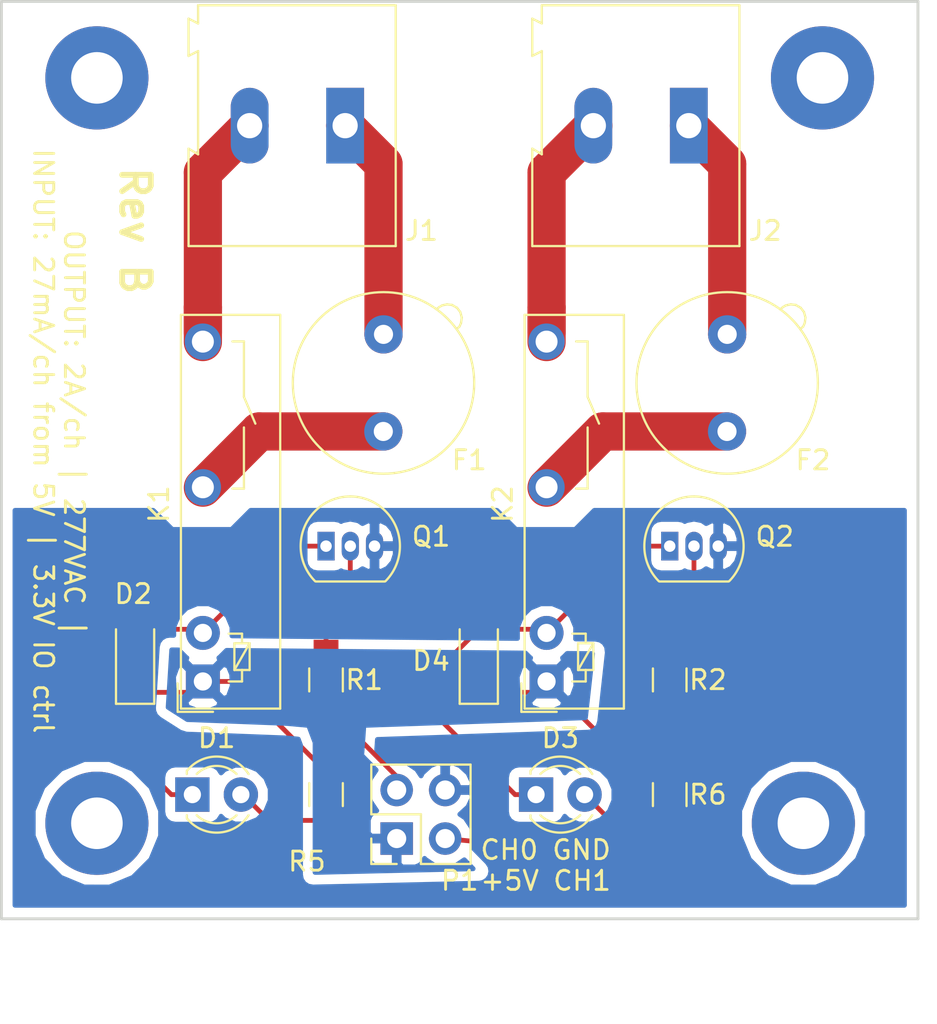
<source format=kicad_pcb>
(kicad_pcb (version 20171130) (host pcbnew "(5.0.0-3-g5ebb6b6)")

  (general
    (thickness 1.6)
    (drawings 7)
    (tracks 58)
    (zones 0)
    (modules 21)
    (nets 17)
  )

  (page A4)
  (layers
    (0 F.Cu signal)
    (31 B.Cu signal)
    (32 B.Adhes user)
    (33 F.Adhes user)
    (34 B.Paste user)
    (35 F.Paste user)
    (36 B.SilkS user)
    (37 F.SilkS user)
    (38 B.Mask user)
    (39 F.Mask user)
    (40 Dwgs.User user)
    (41 Cmts.User user)
    (42 Eco1.User user)
    (43 Eco2.User user)
    (44 Edge.Cuts user)
    (45 Margin user)
    (46 B.CrtYd user)
    (47 F.CrtYd user)
    (48 B.Fab user hide)
    (49 F.Fab user hide)
  )

  (setup
    (last_trace_width 0.25)
    (trace_clearance 0.2)
    (zone_clearance 0.508)
    (zone_45_only no)
    (trace_min 0.2)
    (segment_width 0.2)
    (edge_width 0.15)
    (via_size 0.6)
    (via_drill 0.4)
    (via_min_size 0.4)
    (via_min_drill 0.3)
    (uvia_size 0.3)
    (uvia_drill 0.1)
    (uvias_allowed no)
    (uvia_min_size 0.2)
    (uvia_min_drill 0.1)
    (pcb_text_width 0.3)
    (pcb_text_size 1.5 1.5)
    (mod_edge_width 0.15)
    (mod_text_size 1 1)
    (mod_text_width 0.15)
    (pad_size 1.524 1.524)
    (pad_drill 0.762)
    (pad_to_mask_clearance 0.2)
    (aux_axis_origin 0 0)
    (grid_origin 152.35 123.15)
    (visible_elements FFFEFF7F)
    (pcbplotparams
      (layerselection 0x00030_80000001)
      (usegerberextensions false)
      (usegerberattributes false)
      (usegerberadvancedattributes false)
      (creategerberjobfile false)
      (excludeedgelayer true)
      (linewidth 0.100000)
      (plotframeref false)
      (viasonmask false)
      (mode 1)
      (useauxorigin false)
      (hpglpennumber 1)
      (hpglpenspeed 20)
      (hpglpendiameter 15.000000)
      (psnegative false)
      (psa4output false)
      (plotreference true)
      (plotvalue true)
      (plotinvisibletext false)
      (padsonsilk false)
      (subtractmaskfromsilk false)
      (outputformat 1)
      (mirror false)
      (drillshape 1)
      (scaleselection 1)
      (outputdirectory ""))
  )

  (net 0 "")
  (net 1 "Net-(D1-Pad1)")
  (net 2 "Net-(D1-Pad2)")
  (net 3 +5V)
  (net 4 "Net-(D3-Pad1)")
  (net 5 "Net-(D3-Pad2)")
  (net 6 "Net-(J1-Pad2)")
  (net 7 "Net-(J2-Pad2)")
  (net 8 /CH0_IN)
  (net 9 /CH1_IN)
  (net 10 GND)
  (net 11 "Net-(Q1-Pad2)")
  (net 12 "Net-(Q2-Pad2)")
  (net 13 "Net-(F1-Pad1)")
  (net 14 "Net-(F1-Pad2)")
  (net 15 "Net-(F2-Pad1)")
  (net 16 "Net-(F2-Pad2)")

  (net_class Default "This is the default net class."
    (clearance 0.2)
    (trace_width 0.25)
    (via_dia 0.6)
    (via_drill 0.4)
    (uvia_dia 0.3)
    (uvia_drill 0.1)
    (add_net +5V)
    (add_net /CH0_IN)
    (add_net /CH1_IN)
    (add_net GND)
    (add_net "Net-(D1-Pad1)")
    (add_net "Net-(D1-Pad2)")
    (add_net "Net-(D3-Pad1)")
    (add_net "Net-(D3-Pad2)")
    (add_net "Net-(Q1-Pad2)")
    (add_net "Net-(Q2-Pad2)")
  )

  (net_class pwr ""
    (clearance 0.2)
    (trace_width 2)
    (via_dia 1)
    (via_drill 0.8)
    (uvia_dia 0.3)
    (uvia_drill 0.1)
    (add_net "Net-(F1-Pad1)")
    (add_net "Net-(F1-Pad2)")
    (add_net "Net-(F2-Pad1)")
    (add_net "Net-(F2-Pad2)")
    (add_net "Net-(J1-Pad2)")
    (add_net "Net-(J2-Pad2)")
  )

  (module Mounting_Holes:MountingHole_2.7mm_M2.5_Pad (layer F.Cu) (tedit 5BA6BE16) (tstamp 5BA8541E)
    (at 152.35 123.15)
    (descr "Mounting Hole 2.7mm, M2.5")
    (tags "mounting hole 2.7mm m2.5")
    (attr virtual)
    (fp_text reference REF** (at 0 -3.7) (layer F.Fab) hide
      (effects (font (size 1 1) (thickness 0.15)))
    )
    (fp_text value MountingHole_2.7mm_M2.5_Pad (at 0 3.7) (layer F.Fab)
      (effects (font (size 1 1) (thickness 0.15)))
    )
    (fp_text user %R (at 0.3 0) (layer F.Fab)
      (effects (font (size 1 1) (thickness 0.15)))
    )
    (fp_circle (center 0 0) (end 2.7 0) (layer Cmts.User) (width 0.15))
    (fp_circle (center 0 0) (end 2.95 0) (layer F.CrtYd) (width 0.05))
    (pad 1 thru_hole circle (at 0 0) (size 5.4 5.4) (drill 2.7) (layers *.Cu *.Mask))
  )

  (module Mounting_Holes:MountingHole_2.7mm_M2.5_Pad (layer F.Cu) (tedit 5BA6BE16) (tstamp 5BA85416)
    (at 153.35 84.15)
    (descr "Mounting Hole 2.7mm, M2.5")
    (tags "mounting hole 2.7mm m2.5")
    (attr virtual)
    (fp_text reference REF** (at 0 -3.7) (layer F.Fab) hide
      (effects (font (size 1 1) (thickness 0.15)))
    )
    (fp_text value MountingHole_2.7mm_M2.5_Pad (at 0 3.7) (layer F.Fab)
      (effects (font (size 1 1) (thickness 0.15)))
    )
    (fp_text user %R (at 0.3 0) (layer F.Fab)
      (effects (font (size 1 1) (thickness 0.15)))
    )
    (fp_circle (center 0 0) (end 2.7 0) (layer Cmts.User) (width 0.15))
    (fp_circle (center 0 0) (end 2.95 0) (layer F.CrtYd) (width 0.05))
    (pad 1 thru_hole circle (at 0 0) (size 5.4 5.4) (drill 2.7) (layers *.Cu *.Mask))
  )

  (module Mounting_Holes:MountingHole_2.7mm_M2.5_Pad (layer F.Cu) (tedit 5BA6BE16) (tstamp 5BA8540E)
    (at 115.35 123.15)
    (descr "Mounting Hole 2.7mm, M2.5")
    (tags "mounting hole 2.7mm m2.5")
    (attr virtual)
    (fp_text reference REF** (at 0 -3.7) (layer F.Fab) hide
      (effects (font (size 1 1) (thickness 0.15)))
    )
    (fp_text value MountingHole_2.7mm_M2.5_Pad (at 0 3.7) (layer F.Fab)
      (effects (font (size 1 1) (thickness 0.15)))
    )
    (fp_text user %R (at 0.3 0) (layer F.Fab)
      (effects (font (size 1 1) (thickness 0.15)))
    )
    (fp_circle (center 0 0) (end 2.7 0) (layer Cmts.User) (width 0.15))
    (fp_circle (center 0 0) (end 2.95 0) (layer F.CrtYd) (width 0.05))
    (pad 1 thru_hole circle (at 0 0) (size 5.4 5.4) (drill 2.7) (layers *.Cu *.Mask))
  )

  (module LEDs:LED_D3.0mm (layer F.Cu) (tedit 587A3A7B) (tstamp 5BA31D30)
    (at 120.35 121.65)
    (descr "LED, diameter 3.0mm, 2 pins")
    (tags "LED diameter 3.0mm 2 pins")
    (path /5BA1CD91/5BA1D97F)
    (fp_text reference D1 (at 1.27 -2.96) (layer F.SilkS)
      (effects (font (size 1 1) (thickness 0.15)))
    )
    (fp_text value LED (at 1.27 2.96) (layer F.Fab)
      (effects (font (size 1 1) (thickness 0.15)))
    )
    (fp_arc (start 1.27 0) (end -0.23 -1.16619) (angle 284.3) (layer F.Fab) (width 0.1))
    (fp_arc (start 1.27 0) (end -0.29 -1.235516) (angle 108.8) (layer F.SilkS) (width 0.12))
    (fp_arc (start 1.27 0) (end -0.29 1.235516) (angle -108.8) (layer F.SilkS) (width 0.12))
    (fp_arc (start 1.27 0) (end 0.229039 -1.08) (angle 87.9) (layer F.SilkS) (width 0.12))
    (fp_arc (start 1.27 0) (end 0.229039 1.08) (angle -87.9) (layer F.SilkS) (width 0.12))
    (fp_circle (center 1.27 0) (end 2.77 0) (layer F.Fab) (width 0.1))
    (fp_line (start -0.23 -1.16619) (end -0.23 1.16619) (layer F.Fab) (width 0.1))
    (fp_line (start -0.29 -1.236) (end -0.29 -1.08) (layer F.SilkS) (width 0.12))
    (fp_line (start -0.29 1.08) (end -0.29 1.236) (layer F.SilkS) (width 0.12))
    (fp_line (start -1.15 -2.25) (end -1.15 2.25) (layer F.CrtYd) (width 0.05))
    (fp_line (start -1.15 2.25) (end 3.7 2.25) (layer F.CrtYd) (width 0.05))
    (fp_line (start 3.7 2.25) (end 3.7 -2.25) (layer F.CrtYd) (width 0.05))
    (fp_line (start 3.7 -2.25) (end -1.15 -2.25) (layer F.CrtYd) (width 0.05))
    (pad 1 thru_hole rect (at 0 0) (size 1.8 1.8) (drill 0.9) (layers *.Cu *.Mask)
      (net 1 "Net-(D1-Pad1)"))
    (pad 2 thru_hole circle (at 2.54 0) (size 1.8 1.8) (drill 0.9) (layers *.Cu *.Mask)
      (net 2 "Net-(D1-Pad2)"))
    (model ${KISYS3DMOD}/LEDs.3dshapes/LED_D3.0mm.wrl
      (at (xyz 0 0 0))
      (scale (xyz 0.393701 0.393701 0.393701))
      (rotate (xyz 0 0 0))
    )
  )

  (module Diodes_SMD:D_SOD-123 (layer F.Cu) (tedit 5BA6C3FB) (tstamp 5BA31D36)
    (at 117.35 114.65 90)
    (descr SOD-123)
    (tags SOD-123)
    (path /5BA1CD91/5BA1D978)
    (attr smd)
    (fp_text reference D2 (at 3.5 -0.1 180) (layer F.SilkS)
      (effects (font (size 1 1) (thickness 0.15)))
    )
    (fp_text value D (at 0 2.1 90) (layer F.Fab)
      (effects (font (size 1 1) (thickness 0.15)))
    )
    (fp_text user %R (at 0 -2 90) (layer F.Fab)
      (effects (font (size 1 1) (thickness 0.15)))
    )
    (fp_line (start -2.25 -1) (end -2.25 1) (layer F.SilkS) (width 0.12))
    (fp_line (start 0.25 0) (end 0.75 0) (layer F.Fab) (width 0.1))
    (fp_line (start 0.25 0.4) (end -0.35 0) (layer F.Fab) (width 0.1))
    (fp_line (start 0.25 -0.4) (end 0.25 0.4) (layer F.Fab) (width 0.1))
    (fp_line (start -0.35 0) (end 0.25 -0.4) (layer F.Fab) (width 0.1))
    (fp_line (start -0.35 0) (end -0.35 0.55) (layer F.Fab) (width 0.1))
    (fp_line (start -0.35 0) (end -0.35 -0.55) (layer F.Fab) (width 0.1))
    (fp_line (start -0.75 0) (end -0.35 0) (layer F.Fab) (width 0.1))
    (fp_line (start -1.4 0.9) (end -1.4 -0.9) (layer F.Fab) (width 0.1))
    (fp_line (start 1.4 0.9) (end -1.4 0.9) (layer F.Fab) (width 0.1))
    (fp_line (start 1.4 -0.9) (end 1.4 0.9) (layer F.Fab) (width 0.1))
    (fp_line (start -1.4 -0.9) (end 1.4 -0.9) (layer F.Fab) (width 0.1))
    (fp_line (start -2.35 -1.15) (end 2.35 -1.15) (layer F.CrtYd) (width 0.05))
    (fp_line (start 2.35 -1.15) (end 2.35 1.15) (layer F.CrtYd) (width 0.05))
    (fp_line (start 2.35 1.15) (end -2.35 1.15) (layer F.CrtYd) (width 0.05))
    (fp_line (start -2.35 -1.15) (end -2.35 1.15) (layer F.CrtYd) (width 0.05))
    (fp_line (start -2.25 1) (end 1.65 1) (layer F.SilkS) (width 0.12))
    (fp_line (start -2.25 -1) (end 1.65 -1) (layer F.SilkS) (width 0.12))
    (pad 1 smd rect (at -1.65 0 90) (size 0.9 1.2) (layers F.Cu F.Paste F.Mask)
      (net 3 +5V))
    (pad 2 smd rect (at 1.65 0 90) (size 0.9 1.2) (layers F.Cu F.Paste F.Mask)
      (net 1 "Net-(D1-Pad1)"))
    (model ${KISYS3DMOD}/Diodes_SMD.3dshapes/D_SOD-123.wrl
      (at (xyz 0 0 0))
      (scale (xyz 1 1 1))
      (rotate (xyz 0 0 0))
    )
  )

  (module LEDs:LED_D3.0mm (layer F.Cu) (tedit 587A3A7B) (tstamp 5BA31D3C)
    (at 138.35 121.65)
    (descr "LED, diameter 3.0mm, 2 pins")
    (tags "LED diameter 3.0mm 2 pins")
    (path /5BA1DF6B/5BA1D97F)
    (fp_text reference D3 (at 1.27 -2.96) (layer F.SilkS)
      (effects (font (size 1 1) (thickness 0.15)))
    )
    (fp_text value LED (at 1.27 2.96) (layer F.Fab)
      (effects (font (size 1 1) (thickness 0.15)))
    )
    (fp_arc (start 1.27 0) (end -0.23 -1.16619) (angle 284.3) (layer F.Fab) (width 0.1))
    (fp_arc (start 1.27 0) (end -0.29 -1.235516) (angle 108.8) (layer F.SilkS) (width 0.12))
    (fp_arc (start 1.27 0) (end -0.29 1.235516) (angle -108.8) (layer F.SilkS) (width 0.12))
    (fp_arc (start 1.27 0) (end 0.229039 -1.08) (angle 87.9) (layer F.SilkS) (width 0.12))
    (fp_arc (start 1.27 0) (end 0.229039 1.08) (angle -87.9) (layer F.SilkS) (width 0.12))
    (fp_circle (center 1.27 0) (end 2.77 0) (layer F.Fab) (width 0.1))
    (fp_line (start -0.23 -1.16619) (end -0.23 1.16619) (layer F.Fab) (width 0.1))
    (fp_line (start -0.29 -1.236) (end -0.29 -1.08) (layer F.SilkS) (width 0.12))
    (fp_line (start -0.29 1.08) (end -0.29 1.236) (layer F.SilkS) (width 0.12))
    (fp_line (start -1.15 -2.25) (end -1.15 2.25) (layer F.CrtYd) (width 0.05))
    (fp_line (start -1.15 2.25) (end 3.7 2.25) (layer F.CrtYd) (width 0.05))
    (fp_line (start 3.7 2.25) (end 3.7 -2.25) (layer F.CrtYd) (width 0.05))
    (fp_line (start 3.7 -2.25) (end -1.15 -2.25) (layer F.CrtYd) (width 0.05))
    (pad 1 thru_hole rect (at 0 0) (size 1.8 1.8) (drill 0.9) (layers *.Cu *.Mask)
      (net 4 "Net-(D3-Pad1)"))
    (pad 2 thru_hole circle (at 2.54 0) (size 1.8 1.8) (drill 0.9) (layers *.Cu *.Mask)
      (net 5 "Net-(D3-Pad2)"))
    (model ${KISYS3DMOD}/LEDs.3dshapes/LED_D3.0mm.wrl
      (at (xyz 0 0 0))
      (scale (xyz 0.393701 0.393701 0.393701))
      (rotate (xyz 0 0 0))
    )
  )

  (module Diodes_SMD:D_SOD-123 (layer F.Cu) (tedit 5BA69A13) (tstamp 5BA31D42)
    (at 135.35 114.65 90)
    (descr SOD-123)
    (tags SOD-123)
    (path /5BA1DF6B/5BA1D978)
    (attr smd)
    (fp_text reference D4 (at 0 -2.5 180) (layer F.SilkS)
      (effects (font (size 1 1) (thickness 0.15)))
    )
    (fp_text value D (at 0 2.1 90) (layer F.Fab)
      (effects (font (size 1 1) (thickness 0.15)))
    )
    (fp_text user %R (at 0 -2 90) (layer F.Fab)
      (effects (font (size 1 1) (thickness 0.15)))
    )
    (fp_line (start -2.25 -1) (end -2.25 1) (layer F.SilkS) (width 0.12))
    (fp_line (start 0.25 0) (end 0.75 0) (layer F.Fab) (width 0.1))
    (fp_line (start 0.25 0.4) (end -0.35 0) (layer F.Fab) (width 0.1))
    (fp_line (start 0.25 -0.4) (end 0.25 0.4) (layer F.Fab) (width 0.1))
    (fp_line (start -0.35 0) (end 0.25 -0.4) (layer F.Fab) (width 0.1))
    (fp_line (start -0.35 0) (end -0.35 0.55) (layer F.Fab) (width 0.1))
    (fp_line (start -0.35 0) (end -0.35 -0.55) (layer F.Fab) (width 0.1))
    (fp_line (start -0.75 0) (end -0.35 0) (layer F.Fab) (width 0.1))
    (fp_line (start -1.4 0.9) (end -1.4 -0.9) (layer F.Fab) (width 0.1))
    (fp_line (start 1.4 0.9) (end -1.4 0.9) (layer F.Fab) (width 0.1))
    (fp_line (start 1.4 -0.9) (end 1.4 0.9) (layer F.Fab) (width 0.1))
    (fp_line (start -1.4 -0.9) (end 1.4 -0.9) (layer F.Fab) (width 0.1))
    (fp_line (start -2.35 -1.15) (end 2.35 -1.15) (layer F.CrtYd) (width 0.05))
    (fp_line (start 2.35 -1.15) (end 2.35 1.15) (layer F.CrtYd) (width 0.05))
    (fp_line (start 2.35 1.15) (end -2.35 1.15) (layer F.CrtYd) (width 0.05))
    (fp_line (start -2.35 -1.15) (end -2.35 1.15) (layer F.CrtYd) (width 0.05))
    (fp_line (start -2.25 1) (end 1.65 1) (layer F.SilkS) (width 0.12))
    (fp_line (start -2.25 -1) (end 1.65 -1) (layer F.SilkS) (width 0.12))
    (pad 1 smd rect (at -1.65 0 90) (size 0.9 1.2) (layers F.Cu F.Paste F.Mask)
      (net 3 +5V))
    (pad 2 smd rect (at 1.65 0 90) (size 0.9 1.2) (layers F.Cu F.Paste F.Mask)
      (net 4 "Net-(D3-Pad1)"))
    (model ${KISYS3DMOD}/Diodes_SMD.3dshapes/D_SOD-123.wrl
      (at (xyz 0 0 0))
      (scale (xyz 1 1 1))
      (rotate (xyz 0 0 0))
    )
  )

  (module Terminal_Blocks:TerminalBlock_Altech_AK300-2_P5.00mm (layer F.Cu) (tedit 5BA69970) (tstamp 5BA31D60)
    (at 128.35 86.65 180)
    (descr "Altech AK300 terminal block, pitch 5.0mm, 45 degree angled, see http://www.mouser.com/ds/2/16/PCBMETRC-24178.pdf")
    (tags "Altech AK300 terminal block pitch 5.0mm")
    (path /5BA1CD91/5BA1D9A1)
    (fp_text reference J1 (at -4 -5.5 180) (layer F.SilkS)
      (effects (font (size 1 1) (thickness 0.15)))
    )
    (fp_text value Screw_Terminal_1x02 (at 2.78 7.75 180) (layer F.Fab)
      (effects (font (size 1 1) (thickness 0.15)))
    )
    (fp_text user %R (at 2.5 -2 180) (layer F.Fab)
      (effects (font (size 1 1) (thickness 0.15)))
    )
    (fp_line (start -2.65 -6.3) (end -2.65 6.3) (layer F.SilkS) (width 0.12))
    (fp_line (start -2.65 6.3) (end 7.7 6.3) (layer F.SilkS) (width 0.12))
    (fp_line (start 7.7 6.3) (end 7.7 5.35) (layer F.SilkS) (width 0.12))
    (fp_line (start 7.7 5.35) (end 8.2 5.6) (layer F.SilkS) (width 0.12))
    (fp_line (start 8.2 5.6) (end 8.2 3.7) (layer F.SilkS) (width 0.12))
    (fp_line (start 8.2 3.7) (end 8.2 3.65) (layer F.SilkS) (width 0.12))
    (fp_line (start 8.2 3.65) (end 7.7 3.9) (layer F.SilkS) (width 0.12))
    (fp_line (start 7.7 3.9) (end 7.7 -1.5) (layer F.SilkS) (width 0.12))
    (fp_line (start 7.7 -1.5) (end 8.2 -1.2) (layer F.SilkS) (width 0.12))
    (fp_line (start 8.2 -1.2) (end 8.2 -6.3) (layer F.SilkS) (width 0.12))
    (fp_line (start 8.2 -6.3) (end -2.65 -6.3) (layer F.SilkS) (width 0.12))
    (fp_line (start -1.26 2.54) (end 1.28 2.54) (layer F.Fab) (width 0.1))
    (fp_line (start 1.28 2.54) (end 1.28 -0.25) (layer F.Fab) (width 0.1))
    (fp_line (start -1.26 -0.25) (end 1.28 -0.25) (layer F.Fab) (width 0.1))
    (fp_line (start -1.26 2.54) (end -1.26 -0.25) (layer F.Fab) (width 0.1))
    (fp_line (start 3.74 2.54) (end 6.28 2.54) (layer F.Fab) (width 0.1))
    (fp_line (start 6.28 2.54) (end 6.28 -0.25) (layer F.Fab) (width 0.1))
    (fp_line (start 3.74 -0.25) (end 6.28 -0.25) (layer F.Fab) (width 0.1))
    (fp_line (start 3.74 2.54) (end 3.74 -0.25) (layer F.Fab) (width 0.1))
    (fp_line (start 7.61 -6.22) (end 7.61 -3.17) (layer F.Fab) (width 0.1))
    (fp_line (start 7.61 -6.22) (end -2.58 -6.22) (layer F.Fab) (width 0.1))
    (fp_line (start 7.61 -6.22) (end 8.11 -6.22) (layer F.Fab) (width 0.1))
    (fp_line (start 8.11 -6.22) (end 8.11 -1.4) (layer F.Fab) (width 0.1))
    (fp_line (start 8.11 -1.4) (end 7.61 -1.65) (layer F.Fab) (width 0.1))
    (fp_line (start 8.11 5.46) (end 7.61 5.21) (layer F.Fab) (width 0.1))
    (fp_line (start 7.61 5.21) (end 7.61 6.22) (layer F.Fab) (width 0.1))
    (fp_line (start 8.11 3.81) (end 7.61 4.06) (layer F.Fab) (width 0.1))
    (fp_line (start 7.61 4.06) (end 7.61 5.21) (layer F.Fab) (width 0.1))
    (fp_line (start 8.11 3.81) (end 8.11 5.46) (layer F.Fab) (width 0.1))
    (fp_line (start 2.98 6.22) (end 2.98 4.32) (layer F.Fab) (width 0.1))
    (fp_line (start 7.05 -0.25) (end 7.05 4.32) (layer F.Fab) (width 0.1))
    (fp_line (start 2.98 6.22) (end 7.05 6.22) (layer F.Fab) (width 0.1))
    (fp_line (start 7.05 6.22) (end 7.61 6.22) (layer F.Fab) (width 0.1))
    (fp_line (start 2.04 6.22) (end 2.04 4.32) (layer F.Fab) (width 0.1))
    (fp_line (start 2.04 6.22) (end 2.98 6.22) (layer F.Fab) (width 0.1))
    (fp_line (start -2.02 -0.25) (end -2.02 4.32) (layer F.Fab) (width 0.1))
    (fp_line (start -2.58 6.22) (end -2.02 6.22) (layer F.Fab) (width 0.1))
    (fp_line (start -2.02 6.22) (end 2.04 6.22) (layer F.Fab) (width 0.1))
    (fp_line (start 2.98 4.32) (end 7.05 4.32) (layer F.Fab) (width 0.1))
    (fp_line (start 2.98 4.32) (end 2.98 -0.25) (layer F.Fab) (width 0.1))
    (fp_line (start 7.05 4.32) (end 7.05 6.22) (layer F.Fab) (width 0.1))
    (fp_line (start 2.04 4.32) (end -2.02 4.32) (layer F.Fab) (width 0.1))
    (fp_line (start 2.04 4.32) (end 2.04 -0.25) (layer F.Fab) (width 0.1))
    (fp_line (start -2.02 4.32) (end -2.02 6.22) (layer F.Fab) (width 0.1))
    (fp_line (start 6.67 3.68) (end 6.67 0.51) (layer F.Fab) (width 0.1))
    (fp_line (start 6.67 3.68) (end 3.36 3.68) (layer F.Fab) (width 0.1))
    (fp_line (start 3.36 3.68) (end 3.36 0.51) (layer F.Fab) (width 0.1))
    (fp_line (start 1.66 3.68) (end 1.66 0.51) (layer F.Fab) (width 0.1))
    (fp_line (start 1.66 3.68) (end -1.64 3.68) (layer F.Fab) (width 0.1))
    (fp_line (start -1.64 3.68) (end -1.64 0.51) (layer F.Fab) (width 0.1))
    (fp_line (start -1.64 0.51) (end -1.26 0.51) (layer F.Fab) (width 0.1))
    (fp_line (start 1.66 0.51) (end 1.28 0.51) (layer F.Fab) (width 0.1))
    (fp_line (start 3.36 0.51) (end 3.74 0.51) (layer F.Fab) (width 0.1))
    (fp_line (start 6.67 0.51) (end 6.28 0.51) (layer F.Fab) (width 0.1))
    (fp_line (start -2.58 6.22) (end -2.58 -0.64) (layer F.Fab) (width 0.1))
    (fp_line (start -2.58 -0.64) (end -2.58 -3.17) (layer F.Fab) (width 0.1))
    (fp_line (start 7.61 -1.65) (end 7.61 -0.64) (layer F.Fab) (width 0.1))
    (fp_line (start 7.61 -0.64) (end 7.61 4.06) (layer F.Fab) (width 0.1))
    (fp_line (start -2.58 -3.17) (end 7.61 -3.17) (layer F.Fab) (width 0.1))
    (fp_line (start -2.58 -3.17) (end -2.58 -6.22) (layer F.Fab) (width 0.1))
    (fp_line (start 7.61 -3.17) (end 7.61 -1.65) (layer F.Fab) (width 0.1))
    (fp_line (start 2.98 -3.43) (end 2.98 -5.97) (layer F.Fab) (width 0.1))
    (fp_line (start 2.98 -5.97) (end 7.05 -5.97) (layer F.Fab) (width 0.1))
    (fp_line (start 7.05 -5.97) (end 7.05 -3.43) (layer F.Fab) (width 0.1))
    (fp_line (start 7.05 -3.43) (end 2.98 -3.43) (layer F.Fab) (width 0.1))
    (fp_line (start 2.04 -3.43) (end 2.04 -5.97) (layer F.Fab) (width 0.1))
    (fp_line (start 2.04 -3.43) (end -2.02 -3.43) (layer F.Fab) (width 0.1))
    (fp_line (start -2.02 -3.43) (end -2.02 -5.97) (layer F.Fab) (width 0.1))
    (fp_line (start 2.04 -5.97) (end -2.02 -5.97) (layer F.Fab) (width 0.1))
    (fp_line (start 3.39 -4.45) (end 6.44 -5.08) (layer F.Fab) (width 0.1))
    (fp_line (start 3.52 -4.32) (end 6.56 -4.95) (layer F.Fab) (width 0.1))
    (fp_line (start -1.62 -4.45) (end 1.44 -5.08) (layer F.Fab) (width 0.1))
    (fp_line (start -1.49 -4.32) (end 1.56 -4.95) (layer F.Fab) (width 0.1))
    (fp_line (start -2.02 -0.25) (end -1.64 -0.25) (layer F.Fab) (width 0.1))
    (fp_line (start 2.04 -0.25) (end 1.66 -0.25) (layer F.Fab) (width 0.1))
    (fp_line (start 1.66 -0.25) (end -1.64 -0.25) (layer F.Fab) (width 0.1))
    (fp_line (start -2.58 -0.64) (end -1.64 -0.64) (layer F.Fab) (width 0.1))
    (fp_line (start -1.64 -0.64) (end 1.66 -0.64) (layer F.Fab) (width 0.1))
    (fp_line (start 1.66 -0.64) (end 3.36 -0.64) (layer F.Fab) (width 0.1))
    (fp_line (start 7.61 -0.64) (end 6.67 -0.64) (layer F.Fab) (width 0.1))
    (fp_line (start 6.67 -0.64) (end 3.36 -0.64) (layer F.Fab) (width 0.1))
    (fp_line (start 7.05 -0.25) (end 6.67 -0.25) (layer F.Fab) (width 0.1))
    (fp_line (start 2.98 -0.25) (end 3.36 -0.25) (layer F.Fab) (width 0.1))
    (fp_line (start 3.36 -0.25) (end 6.67 -0.25) (layer F.Fab) (width 0.1))
    (fp_line (start -2.83 -6.47) (end 8.36 -6.47) (layer F.CrtYd) (width 0.05))
    (fp_line (start -2.83 -6.47) (end -2.83 6.47) (layer F.CrtYd) (width 0.05))
    (fp_line (start 8.36 6.47) (end 8.36 -6.47) (layer F.CrtYd) (width 0.05))
    (fp_line (start 8.36 6.47) (end -2.83 6.47) (layer F.CrtYd) (width 0.05))
    (fp_arc (start 6.03 -4.59) (end 6.54 -5.05) (angle 90.5) (layer F.Fab) (width 0.1))
    (fp_arc (start 5.07 -6.07) (end 6.53 -4.12) (angle 75.5) (layer F.Fab) (width 0.1))
    (fp_arc (start 4.99 -3.71) (end 3.39 -5) (angle 100) (layer F.Fab) (width 0.1))
    (fp_arc (start 3.87 -4.65) (end 3.58 -4.13) (angle 104.2) (layer F.Fab) (width 0.1))
    (fp_arc (start 1.03 -4.59) (end 1.53 -5.05) (angle 90.5) (layer F.Fab) (width 0.1))
    (fp_arc (start 0.06 -6.07) (end 1.53 -4.12) (angle 75.5) (layer F.Fab) (width 0.1))
    (fp_arc (start -0.01 -3.71) (end -1.62 -5) (angle 100) (layer F.Fab) (width 0.1))
    (fp_arc (start -1.13 -4.65) (end -1.42 -4.13) (angle 104.2) (layer F.Fab) (width 0.1))
    (pad 1 thru_hole rect (at 0 0 180) (size 1.98 3.96) (drill 1.32) (layers *.Cu *.Mask)
      (net 14 "Net-(F1-Pad2)"))
    (pad 2 thru_hole oval (at 5 0 180) (size 1.98 3.96) (drill 1.32) (layers *.Cu *.Mask)
      (net 6 "Net-(J1-Pad2)"))
    (model ${KISYS3DMOD}/Terminal_Blocks.3dshapes/TerminalBlock_Altech_AK300-2_P5.00mm.wrl
      (at (xyz 0 0 0))
      (scale (xyz 1 1 1))
      (rotate (xyz 0 0 0))
    )
  )

  (module Terminal_Blocks:TerminalBlock_Altech_AK300-2_P5.00mm (layer F.Cu) (tedit 5BA69973) (tstamp 5BA31D66)
    (at 146.35 86.65 180)
    (descr "Altech AK300 terminal block, pitch 5.0mm, 45 degree angled, see http://www.mouser.com/ds/2/16/PCBMETRC-24178.pdf")
    (tags "Altech AK300 terminal block pitch 5.0mm")
    (path /5BA1DF6B/5BA1D9A1)
    (fp_text reference J2 (at -4 -5.5 180) (layer F.SilkS)
      (effects (font (size 1 1) (thickness 0.15)))
    )
    (fp_text value Screw_Terminal_1x02 (at 2.78 7.75 180) (layer F.Fab)
      (effects (font (size 1 1) (thickness 0.15)))
    )
    (fp_text user %R (at 2.5 -2 180) (layer F.Fab)
      (effects (font (size 1 1) (thickness 0.15)))
    )
    (fp_line (start -2.65 -6.3) (end -2.65 6.3) (layer F.SilkS) (width 0.12))
    (fp_line (start -2.65 6.3) (end 7.7 6.3) (layer F.SilkS) (width 0.12))
    (fp_line (start 7.7 6.3) (end 7.7 5.35) (layer F.SilkS) (width 0.12))
    (fp_line (start 7.7 5.35) (end 8.2 5.6) (layer F.SilkS) (width 0.12))
    (fp_line (start 8.2 5.6) (end 8.2 3.7) (layer F.SilkS) (width 0.12))
    (fp_line (start 8.2 3.7) (end 8.2 3.65) (layer F.SilkS) (width 0.12))
    (fp_line (start 8.2 3.65) (end 7.7 3.9) (layer F.SilkS) (width 0.12))
    (fp_line (start 7.7 3.9) (end 7.7 -1.5) (layer F.SilkS) (width 0.12))
    (fp_line (start 7.7 -1.5) (end 8.2 -1.2) (layer F.SilkS) (width 0.12))
    (fp_line (start 8.2 -1.2) (end 8.2 -6.3) (layer F.SilkS) (width 0.12))
    (fp_line (start 8.2 -6.3) (end -2.65 -6.3) (layer F.SilkS) (width 0.12))
    (fp_line (start -1.26 2.54) (end 1.28 2.54) (layer F.Fab) (width 0.1))
    (fp_line (start 1.28 2.54) (end 1.28 -0.25) (layer F.Fab) (width 0.1))
    (fp_line (start -1.26 -0.25) (end 1.28 -0.25) (layer F.Fab) (width 0.1))
    (fp_line (start -1.26 2.54) (end -1.26 -0.25) (layer F.Fab) (width 0.1))
    (fp_line (start 3.74 2.54) (end 6.28 2.54) (layer F.Fab) (width 0.1))
    (fp_line (start 6.28 2.54) (end 6.28 -0.25) (layer F.Fab) (width 0.1))
    (fp_line (start 3.74 -0.25) (end 6.28 -0.25) (layer F.Fab) (width 0.1))
    (fp_line (start 3.74 2.54) (end 3.74 -0.25) (layer F.Fab) (width 0.1))
    (fp_line (start 7.61 -6.22) (end 7.61 -3.17) (layer F.Fab) (width 0.1))
    (fp_line (start 7.61 -6.22) (end -2.58 -6.22) (layer F.Fab) (width 0.1))
    (fp_line (start 7.61 -6.22) (end 8.11 -6.22) (layer F.Fab) (width 0.1))
    (fp_line (start 8.11 -6.22) (end 8.11 -1.4) (layer F.Fab) (width 0.1))
    (fp_line (start 8.11 -1.4) (end 7.61 -1.65) (layer F.Fab) (width 0.1))
    (fp_line (start 8.11 5.46) (end 7.61 5.21) (layer F.Fab) (width 0.1))
    (fp_line (start 7.61 5.21) (end 7.61 6.22) (layer F.Fab) (width 0.1))
    (fp_line (start 8.11 3.81) (end 7.61 4.06) (layer F.Fab) (width 0.1))
    (fp_line (start 7.61 4.06) (end 7.61 5.21) (layer F.Fab) (width 0.1))
    (fp_line (start 8.11 3.81) (end 8.11 5.46) (layer F.Fab) (width 0.1))
    (fp_line (start 2.98 6.22) (end 2.98 4.32) (layer F.Fab) (width 0.1))
    (fp_line (start 7.05 -0.25) (end 7.05 4.32) (layer F.Fab) (width 0.1))
    (fp_line (start 2.98 6.22) (end 7.05 6.22) (layer F.Fab) (width 0.1))
    (fp_line (start 7.05 6.22) (end 7.61 6.22) (layer F.Fab) (width 0.1))
    (fp_line (start 2.04 6.22) (end 2.04 4.32) (layer F.Fab) (width 0.1))
    (fp_line (start 2.04 6.22) (end 2.98 6.22) (layer F.Fab) (width 0.1))
    (fp_line (start -2.02 -0.25) (end -2.02 4.32) (layer F.Fab) (width 0.1))
    (fp_line (start -2.58 6.22) (end -2.02 6.22) (layer F.Fab) (width 0.1))
    (fp_line (start -2.02 6.22) (end 2.04 6.22) (layer F.Fab) (width 0.1))
    (fp_line (start 2.98 4.32) (end 7.05 4.32) (layer F.Fab) (width 0.1))
    (fp_line (start 2.98 4.32) (end 2.98 -0.25) (layer F.Fab) (width 0.1))
    (fp_line (start 7.05 4.32) (end 7.05 6.22) (layer F.Fab) (width 0.1))
    (fp_line (start 2.04 4.32) (end -2.02 4.32) (layer F.Fab) (width 0.1))
    (fp_line (start 2.04 4.32) (end 2.04 -0.25) (layer F.Fab) (width 0.1))
    (fp_line (start -2.02 4.32) (end -2.02 6.22) (layer F.Fab) (width 0.1))
    (fp_line (start 6.67 3.68) (end 6.67 0.51) (layer F.Fab) (width 0.1))
    (fp_line (start 6.67 3.68) (end 3.36 3.68) (layer F.Fab) (width 0.1))
    (fp_line (start 3.36 3.68) (end 3.36 0.51) (layer F.Fab) (width 0.1))
    (fp_line (start 1.66 3.68) (end 1.66 0.51) (layer F.Fab) (width 0.1))
    (fp_line (start 1.66 3.68) (end -1.64 3.68) (layer F.Fab) (width 0.1))
    (fp_line (start -1.64 3.68) (end -1.64 0.51) (layer F.Fab) (width 0.1))
    (fp_line (start -1.64 0.51) (end -1.26 0.51) (layer F.Fab) (width 0.1))
    (fp_line (start 1.66 0.51) (end 1.28 0.51) (layer F.Fab) (width 0.1))
    (fp_line (start 3.36 0.51) (end 3.74 0.51) (layer F.Fab) (width 0.1))
    (fp_line (start 6.67 0.51) (end 6.28 0.51) (layer F.Fab) (width 0.1))
    (fp_line (start -2.58 6.22) (end -2.58 -0.64) (layer F.Fab) (width 0.1))
    (fp_line (start -2.58 -0.64) (end -2.58 -3.17) (layer F.Fab) (width 0.1))
    (fp_line (start 7.61 -1.65) (end 7.61 -0.64) (layer F.Fab) (width 0.1))
    (fp_line (start 7.61 -0.64) (end 7.61 4.06) (layer F.Fab) (width 0.1))
    (fp_line (start -2.58 -3.17) (end 7.61 -3.17) (layer F.Fab) (width 0.1))
    (fp_line (start -2.58 -3.17) (end -2.58 -6.22) (layer F.Fab) (width 0.1))
    (fp_line (start 7.61 -3.17) (end 7.61 -1.65) (layer F.Fab) (width 0.1))
    (fp_line (start 2.98 -3.43) (end 2.98 -5.97) (layer F.Fab) (width 0.1))
    (fp_line (start 2.98 -5.97) (end 7.05 -5.97) (layer F.Fab) (width 0.1))
    (fp_line (start 7.05 -5.97) (end 7.05 -3.43) (layer F.Fab) (width 0.1))
    (fp_line (start 7.05 -3.43) (end 2.98 -3.43) (layer F.Fab) (width 0.1))
    (fp_line (start 2.04 -3.43) (end 2.04 -5.97) (layer F.Fab) (width 0.1))
    (fp_line (start 2.04 -3.43) (end -2.02 -3.43) (layer F.Fab) (width 0.1))
    (fp_line (start -2.02 -3.43) (end -2.02 -5.97) (layer F.Fab) (width 0.1))
    (fp_line (start 2.04 -5.97) (end -2.02 -5.97) (layer F.Fab) (width 0.1))
    (fp_line (start 3.39 -4.45) (end 6.44 -5.08) (layer F.Fab) (width 0.1))
    (fp_line (start 3.52 -4.32) (end 6.56 -4.95) (layer F.Fab) (width 0.1))
    (fp_line (start -1.62 -4.45) (end 1.44 -5.08) (layer F.Fab) (width 0.1))
    (fp_line (start -1.49 -4.32) (end 1.56 -4.95) (layer F.Fab) (width 0.1))
    (fp_line (start -2.02 -0.25) (end -1.64 -0.25) (layer F.Fab) (width 0.1))
    (fp_line (start 2.04 -0.25) (end 1.66 -0.25) (layer F.Fab) (width 0.1))
    (fp_line (start 1.66 -0.25) (end -1.64 -0.25) (layer F.Fab) (width 0.1))
    (fp_line (start -2.58 -0.64) (end -1.64 -0.64) (layer F.Fab) (width 0.1))
    (fp_line (start -1.64 -0.64) (end 1.66 -0.64) (layer F.Fab) (width 0.1))
    (fp_line (start 1.66 -0.64) (end 3.36 -0.64) (layer F.Fab) (width 0.1))
    (fp_line (start 7.61 -0.64) (end 6.67 -0.64) (layer F.Fab) (width 0.1))
    (fp_line (start 6.67 -0.64) (end 3.36 -0.64) (layer F.Fab) (width 0.1))
    (fp_line (start 7.05 -0.25) (end 6.67 -0.25) (layer F.Fab) (width 0.1))
    (fp_line (start 2.98 -0.25) (end 3.36 -0.25) (layer F.Fab) (width 0.1))
    (fp_line (start 3.36 -0.25) (end 6.67 -0.25) (layer F.Fab) (width 0.1))
    (fp_line (start -2.83 -6.47) (end 8.36 -6.47) (layer F.CrtYd) (width 0.05))
    (fp_line (start -2.83 -6.47) (end -2.83 6.47) (layer F.CrtYd) (width 0.05))
    (fp_line (start 8.36 6.47) (end 8.36 -6.47) (layer F.CrtYd) (width 0.05))
    (fp_line (start 8.36 6.47) (end -2.83 6.47) (layer F.CrtYd) (width 0.05))
    (fp_arc (start 6.03 -4.59) (end 6.54 -5.05) (angle 90.5) (layer F.Fab) (width 0.1))
    (fp_arc (start 5.07 -6.07) (end 6.53 -4.12) (angle 75.5) (layer F.Fab) (width 0.1))
    (fp_arc (start 4.99 -3.71) (end 3.39 -5) (angle 100) (layer F.Fab) (width 0.1))
    (fp_arc (start 3.87 -4.65) (end 3.58 -4.13) (angle 104.2) (layer F.Fab) (width 0.1))
    (fp_arc (start 1.03 -4.59) (end 1.53 -5.05) (angle 90.5) (layer F.Fab) (width 0.1))
    (fp_arc (start 0.06 -6.07) (end 1.53 -4.12) (angle 75.5) (layer F.Fab) (width 0.1))
    (fp_arc (start -0.01 -3.71) (end -1.62 -5) (angle 100) (layer F.Fab) (width 0.1))
    (fp_arc (start -1.13 -4.65) (end -1.42 -4.13) (angle 104.2) (layer F.Fab) (width 0.1))
    (pad 1 thru_hole rect (at 0 0 180) (size 1.98 3.96) (drill 1.32) (layers *.Cu *.Mask)
      (net 16 "Net-(F2-Pad2)"))
    (pad 2 thru_hole oval (at 5 0 180) (size 1.98 3.96) (drill 1.32) (layers *.Cu *.Mask)
      (net 7 "Net-(J2-Pad2)"))
    (model ${KISYS3DMOD}/Terminal_Blocks.3dshapes/TerminalBlock_Altech_AK300-2_P5.00mm.wrl
      (at (xyz 0 0 0))
      (scale (xyz 1 1 1))
      (rotate (xyz 0 0 0))
    )
  )

  (module TO_SOT_Packages_THT:TO-92_Inline_Narrow_Oval (layer F.Cu) (tedit 5BA697C4) (tstamp 5BA31D8B)
    (at 127.35 108.65)
    (descr "TO-92 leads in-line, narrow, oval pads, drill 0.6mm (see NXP sot054_po.pdf)")
    (tags "to-92 sc-43 sc-43a sot54 PA33 transistor")
    (path /5BA1CD91/5BA1D962)
    (fp_text reference Q1 (at 5.5 -0.5) (layer F.SilkS)
      (effects (font (size 1 1) (thickness 0.15)))
    )
    (fp_text value 2N2222 (at 1.27 2.79) (layer F.Fab)
      (effects (font (size 1 1) (thickness 0.15)))
    )
    (fp_text user %R (at 5.5 -0.5) (layer F.Fab)
      (effects (font (size 1 1) (thickness 0.15)))
    )
    (fp_line (start -0.53 1.85) (end 3.07 1.85) (layer F.SilkS) (width 0.12))
    (fp_line (start -0.5 1.75) (end 3 1.75) (layer F.Fab) (width 0.1))
    (fp_line (start -1.46 -2.73) (end 4 -2.73) (layer F.CrtYd) (width 0.05))
    (fp_line (start -1.46 -2.73) (end -1.46 2.01) (layer F.CrtYd) (width 0.05))
    (fp_line (start 4 2.01) (end 4 -2.73) (layer F.CrtYd) (width 0.05))
    (fp_line (start 4 2.01) (end -1.46 2.01) (layer F.CrtYd) (width 0.05))
    (fp_arc (start 1.27 0) (end 1.27 -2.48) (angle 135) (layer F.Fab) (width 0.1))
    (fp_arc (start 1.27 0) (end 1.27 -2.6) (angle -135) (layer F.SilkS) (width 0.12))
    (fp_arc (start 1.27 0) (end 1.27 -2.48) (angle -135) (layer F.Fab) (width 0.1))
    (fp_arc (start 1.27 0) (end 1.27 -2.6) (angle 135) (layer F.SilkS) (width 0.12))
    (pad 2 thru_hole oval (at 1.27 0 180) (size 0.9 1.5) (drill 0.6) (layers *.Cu *.Mask)
      (net 11 "Net-(Q1-Pad2)"))
    (pad 3 thru_hole oval (at 2.54 0 180) (size 0.9 1.5) (drill 0.6) (layers *.Cu *.Mask)
      (net 10 GND))
    (pad 1 thru_hole rect (at 0 0 180) (size 0.9 1.5) (drill 0.6) (layers *.Cu *.Mask)
      (net 1 "Net-(D1-Pad1)"))
    (model ${KISYS3DMOD}/TO_SOT_Packages_THT.3dshapes/TO-92_Inline_Narrow_Oval.wrl
      (offset (xyz 1.269999980926514 0 0))
      (scale (xyz 1 1 1))
      (rotate (xyz 0 0 -90))
    )
  )

  (module TO_SOT_Packages_THT:TO-92_Inline_Narrow_Oval (layer F.Cu) (tedit 5BA697D2) (tstamp 5BA31D92)
    (at 145.35 108.65)
    (descr "TO-92 leads in-line, narrow, oval pads, drill 0.6mm (see NXP sot054_po.pdf)")
    (tags "to-92 sc-43 sc-43a sot54 PA33 transistor")
    (path /5BA1DF6B/5BA1D962)
    (fp_text reference Q2 (at 5.5 -0.5) (layer F.SilkS)
      (effects (font (size 1 1) (thickness 0.15)))
    )
    (fp_text value 2N2222 (at 1.27 2.79) (layer F.Fab)
      (effects (font (size 1 1) (thickness 0.15)))
    )
    (fp_text user %R (at 5.5 -0.5) (layer F.Fab)
      (effects (font (size 1 1) (thickness 0.15)))
    )
    (fp_line (start -0.53 1.85) (end 3.07 1.85) (layer F.SilkS) (width 0.12))
    (fp_line (start -0.5 1.75) (end 3 1.75) (layer F.Fab) (width 0.1))
    (fp_line (start -1.46 -2.73) (end 4 -2.73) (layer F.CrtYd) (width 0.05))
    (fp_line (start -1.46 -2.73) (end -1.46 2.01) (layer F.CrtYd) (width 0.05))
    (fp_line (start 4 2.01) (end 4 -2.73) (layer F.CrtYd) (width 0.05))
    (fp_line (start 4 2.01) (end -1.46 2.01) (layer F.CrtYd) (width 0.05))
    (fp_arc (start 1.27 0) (end 1.27 -2.48) (angle 135) (layer F.Fab) (width 0.1))
    (fp_arc (start 1.27 0) (end 1.27 -2.6) (angle -135) (layer F.SilkS) (width 0.12))
    (fp_arc (start 1.27 0) (end 1.27 -2.48) (angle -135) (layer F.Fab) (width 0.1))
    (fp_arc (start 1.27 0) (end 1.27 -2.6) (angle 135) (layer F.SilkS) (width 0.12))
    (pad 2 thru_hole oval (at 1.27 0 180) (size 0.9 1.5) (drill 0.6) (layers *.Cu *.Mask)
      (net 12 "Net-(Q2-Pad2)"))
    (pad 3 thru_hole oval (at 2.54 0 180) (size 0.9 1.5) (drill 0.6) (layers *.Cu *.Mask)
      (net 10 GND))
    (pad 1 thru_hole rect (at 0 0 180) (size 0.9 1.5) (drill 0.6) (layers *.Cu *.Mask)
      (net 4 "Net-(D3-Pad1)"))
    (model ${KISYS3DMOD}/TO_SOT_Packages_THT.3dshapes/TO-92_Inline_Narrow_Oval.wrl
      (offset (xyz 1.269999980926514 0 0))
      (scale (xyz 1 1 1))
      (rotate (xyz 0 0 -90))
    )
  )

  (module Resistors_SMD:R_0805_HandSoldering (layer F.Cu) (tedit 5BA69A10) (tstamp 5BA31DA6)
    (at 127.35 115.65 270)
    (descr "Resistor SMD 0805, hand soldering")
    (tags "resistor 0805")
    (path /5BA1CD91/5BA1D969)
    (attr smd)
    (fp_text reference R1 (at 0 -2) (layer F.SilkS)
      (effects (font (size 1 1) (thickness 0.15)))
    )
    (fp_text value 240Ω (at 0 1.75 270) (layer F.Fab)
      (effects (font (size 1 1) (thickness 0.15)))
    )
    (fp_text user %R (at 0 0 270) (layer F.Fab)
      (effects (font (size 0.5 0.5) (thickness 0.075)))
    )
    (fp_line (start -1 0.62) (end -1 -0.62) (layer F.Fab) (width 0.1))
    (fp_line (start 1 0.62) (end -1 0.62) (layer F.Fab) (width 0.1))
    (fp_line (start 1 -0.62) (end 1 0.62) (layer F.Fab) (width 0.1))
    (fp_line (start -1 -0.62) (end 1 -0.62) (layer F.Fab) (width 0.1))
    (fp_line (start 0.6 0.88) (end -0.6 0.88) (layer F.SilkS) (width 0.12))
    (fp_line (start -0.6 -0.88) (end 0.6 -0.88) (layer F.SilkS) (width 0.12))
    (fp_line (start -2.35 -0.9) (end 2.35 -0.9) (layer F.CrtYd) (width 0.05))
    (fp_line (start -2.35 -0.9) (end -2.35 0.9) (layer F.CrtYd) (width 0.05))
    (fp_line (start 2.35 0.9) (end 2.35 -0.9) (layer F.CrtYd) (width 0.05))
    (fp_line (start 2.35 0.9) (end -2.35 0.9) (layer F.CrtYd) (width 0.05))
    (pad 1 smd rect (at -1.35 0 270) (size 1.5 1.3) (layers F.Cu F.Paste F.Mask)
      (net 11 "Net-(Q1-Pad2)"))
    (pad 2 smd rect (at 1.35 0 270) (size 1.5 1.3) (layers F.Cu F.Paste F.Mask)
      (net 8 /CH0_IN))
    (model ${KISYS3DMOD}/Resistors_SMD.3dshapes/R_0805.wrl
      (at (xyz 0 0 0))
      (scale (xyz 1 1 1))
      (rotate (xyz 0 0 0))
    )
  )

  (module Resistors_SMD:R_0805_HandSoldering (layer F.Cu) (tedit 5BA69A1D) (tstamp 5BA31DAC)
    (at 145.35 115.65 270)
    (descr "Resistor SMD 0805, hand soldering")
    (tags "resistor 0805")
    (path /5BA1DF6B/5BA1D969)
    (attr smd)
    (fp_text reference R2 (at 0 -2) (layer F.SilkS)
      (effects (font (size 1 1) (thickness 0.15)))
    )
    (fp_text value 240Ω (at 0 1.75 270) (layer F.Fab)
      (effects (font (size 1 1) (thickness 0.15)))
    )
    (fp_text user %R (at 0 0 270) (layer F.Fab)
      (effects (font (size 0.5 0.5) (thickness 0.075)))
    )
    (fp_line (start -1 0.62) (end -1 -0.62) (layer F.Fab) (width 0.1))
    (fp_line (start 1 0.62) (end -1 0.62) (layer F.Fab) (width 0.1))
    (fp_line (start 1 -0.62) (end 1 0.62) (layer F.Fab) (width 0.1))
    (fp_line (start -1 -0.62) (end 1 -0.62) (layer F.Fab) (width 0.1))
    (fp_line (start 0.6 0.88) (end -0.6 0.88) (layer F.SilkS) (width 0.12))
    (fp_line (start -0.6 -0.88) (end 0.6 -0.88) (layer F.SilkS) (width 0.12))
    (fp_line (start -2.35 -0.9) (end 2.35 -0.9) (layer F.CrtYd) (width 0.05))
    (fp_line (start -2.35 -0.9) (end -2.35 0.9) (layer F.CrtYd) (width 0.05))
    (fp_line (start 2.35 0.9) (end 2.35 -0.9) (layer F.CrtYd) (width 0.05))
    (fp_line (start 2.35 0.9) (end -2.35 0.9) (layer F.CrtYd) (width 0.05))
    (pad 1 smd rect (at -1.35 0 270) (size 1.5 1.3) (layers F.Cu F.Paste F.Mask)
      (net 12 "Net-(Q2-Pad2)"))
    (pad 2 smd rect (at 1.35 0 270) (size 1.5 1.3) (layers F.Cu F.Paste F.Mask)
      (net 9 /CH1_IN))
    (model ${KISYS3DMOD}/Resistors_SMD.3dshapes/R_0805.wrl
      (at (xyz 0 0 0))
      (scale (xyz 1 1 1))
      (rotate (xyz 0 0 0))
    )
  )

  (module Resistors_SMD:R_0805_HandSoldering (layer F.Cu) (tedit 5BA6CD73) (tstamp 5BA31DBE)
    (at 127.35 121.65 270)
    (descr "Resistor SMD 0805, hand soldering")
    (tags "resistor 0805")
    (path /5BA1CD91/5BA1F023)
    (attr smd)
    (fp_text reference R5 (at 3.5 1) (layer F.SilkS)
      (effects (font (size 1 1) (thickness 0.15)))
    )
    (fp_text value 2.2kΩ (at 0 1.75 270) (layer F.Fab)
      (effects (font (size 1 1) (thickness 0.15)))
    )
    (fp_text user %R (at 0 0 270) (layer F.Fab)
      (effects (font (size 0.5 0.5) (thickness 0.075)))
    )
    (fp_line (start -1 0.62) (end -1 -0.62) (layer F.Fab) (width 0.1))
    (fp_line (start 1 0.62) (end -1 0.62) (layer F.Fab) (width 0.1))
    (fp_line (start 1 -0.62) (end 1 0.62) (layer F.Fab) (width 0.1))
    (fp_line (start -1 -0.62) (end 1 -0.62) (layer F.Fab) (width 0.1))
    (fp_line (start 0.6 0.88) (end -0.6 0.88) (layer F.SilkS) (width 0.12))
    (fp_line (start -0.6 -0.88) (end 0.6 -0.88) (layer F.SilkS) (width 0.12))
    (fp_line (start -2.35 -0.9) (end 2.35 -0.9) (layer F.CrtYd) (width 0.05))
    (fp_line (start -2.35 -0.9) (end -2.35 0.9) (layer F.CrtYd) (width 0.05))
    (fp_line (start 2.35 0.9) (end 2.35 -0.9) (layer F.CrtYd) (width 0.05))
    (fp_line (start 2.35 0.9) (end -2.35 0.9) (layer F.CrtYd) (width 0.05))
    (pad 1 smd rect (at -1.35 0 270) (size 1.5 1.3) (layers F.Cu F.Paste F.Mask)
      (net 3 +5V))
    (pad 2 smd rect (at 1.35 0 270) (size 1.5 1.3) (layers F.Cu F.Paste F.Mask)
      (net 2 "Net-(D1-Pad2)"))
    (model ${KISYS3DMOD}/Resistors_SMD.3dshapes/R_0805.wrl
      (at (xyz 0 0 0))
      (scale (xyz 1 1 1))
      (rotate (xyz 0 0 0))
    )
  )

  (module Resistors_SMD:R_0805_HandSoldering (layer F.Cu) (tedit 5BA69A1A) (tstamp 5BA31DC4)
    (at 145.35 121.65 270)
    (descr "Resistor SMD 0805, hand soldering")
    (tags "resistor 0805")
    (path /5BA1DF6B/5BA1F023)
    (attr smd)
    (fp_text reference R6 (at 0 -2) (layer F.SilkS)
      (effects (font (size 1 1) (thickness 0.15)))
    )
    (fp_text value 2.2kΩ (at 0 1.75 270) (layer F.Fab)
      (effects (font (size 1 1) (thickness 0.15)))
    )
    (fp_text user %R (at 0 0 270) (layer F.Fab)
      (effects (font (size 0.5 0.5) (thickness 0.075)))
    )
    (fp_line (start -1 0.62) (end -1 -0.62) (layer F.Fab) (width 0.1))
    (fp_line (start 1 0.62) (end -1 0.62) (layer F.Fab) (width 0.1))
    (fp_line (start 1 -0.62) (end 1 0.62) (layer F.Fab) (width 0.1))
    (fp_line (start -1 -0.62) (end 1 -0.62) (layer F.Fab) (width 0.1))
    (fp_line (start 0.6 0.88) (end -0.6 0.88) (layer F.SilkS) (width 0.12))
    (fp_line (start -0.6 -0.88) (end 0.6 -0.88) (layer F.SilkS) (width 0.12))
    (fp_line (start -2.35 -0.9) (end 2.35 -0.9) (layer F.CrtYd) (width 0.05))
    (fp_line (start -2.35 -0.9) (end -2.35 0.9) (layer F.CrtYd) (width 0.05))
    (fp_line (start 2.35 0.9) (end 2.35 -0.9) (layer F.CrtYd) (width 0.05))
    (fp_line (start 2.35 0.9) (end -2.35 0.9) (layer F.CrtYd) (width 0.05))
    (pad 1 smd rect (at -1.35 0 270) (size 1.5 1.3) (layers F.Cu F.Paste F.Mask)
      (net 3 +5V))
    (pad 2 smd rect (at 1.35 0 270) (size 1.5 1.3) (layers F.Cu F.Paste F.Mask)
      (net 5 "Net-(D3-Pad2)"))
    (model ${KISYS3DMOD}/Resistors_SMD.3dshapes/R_0805.wrl
      (at (xyz 0 0 0))
      (scale (xyz 1 1 1))
      (rotate (xyz 0 0 0))
    )
  )

  (module Fuse_Holders_and_Fuses:Fuseholder_Fuse_TR5_Littlefuse-No560_No460 (layer F.Cu) (tedit 5BA69966) (tstamp 5BA5AFDA)
    (at 130.35 102.65 90)
    (descr "Fuse, Fuseholder, TR5, Littlefuse/Wickmann, No. 460, No560,")
    (tags "Fuse Fuseholder TR5 Littlefuse/Wickmann No. 460 No560 ")
    (path /5BA1CD91/5BA4636F)
    (fp_text reference F1 (at -1.5 4.5 180) (layer F.SilkS)
      (effects (font (size 1 1) (thickness 0.15)))
    )
    (fp_text value FUSE (at 2.39 7.43 90) (layer F.Fab)
      (effects (font (size 1 1) (thickness 0.15)))
    )
    (fp_line (start 5.44 3.94) (end 5.31 3.79) (layer F.Fab) (width 0.1))
    (fp_line (start 5.62 4.02) (end 5.44 3.94) (layer F.Fab) (width 0.1))
    (fp_line (start 5.91 4.06) (end 5.62 4.02) (layer F.Fab) (width 0.1))
    (fp_line (start 6.2 3.98) (end 5.91 4.06) (layer F.Fab) (width 0.1))
    (fp_line (start 6.42 3.81) (end 6.2 3.98) (layer F.Fab) (width 0.1))
    (fp_line (start 6.57 3.55) (end 6.42 3.81) (layer F.Fab) (width 0.1))
    (fp_line (start 6.6 3.29) (end 6.57 3.55) (layer F.Fab) (width 0.1))
    (fp_line (start 6.55 3.04) (end 6.6 3.29) (layer F.Fab) (width 0.1))
    (fp_line (start 6.46 2.88) (end 6.55 3.04) (layer F.Fab) (width 0.1))
    (fp_line (start 6.34 2.74) (end 6.46 2.88) (layer F.Fab) (width 0.1))
    (fp_line (start 6.39 2.79) (end 6.51 2.93) (layer F.SilkS) (width 0.12))
    (fp_line (start 6.51 2.93) (end 6.6 3.09) (layer F.SilkS) (width 0.12))
    (fp_line (start 6.6 3.09) (end 6.65 3.34) (layer F.SilkS) (width 0.12))
    (fp_line (start 6.65 3.34) (end 6.62 3.6) (layer F.SilkS) (width 0.12))
    (fp_line (start 6.62 3.6) (end 6.47 3.86) (layer F.SilkS) (width 0.12))
    (fp_line (start 6.47 3.86) (end 6.25 4.03) (layer F.SilkS) (width 0.12))
    (fp_line (start 6.25 4.03) (end 5.96 4.11) (layer F.SilkS) (width 0.12))
    (fp_line (start 5.96 4.11) (end 5.67 4.07) (layer F.SilkS) (width 0.12))
    (fp_line (start 5.67 4.07) (end 5.49 3.99) (layer F.SilkS) (width 0.12))
    (fp_line (start 5.49 3.99) (end 5.36 3.84) (layer F.SilkS) (width 0.12))
    (fp_line (start -2.46 -4.99) (end 7.54 -4.99) (layer F.CrtYd) (width 0.05))
    (fp_line (start -2.46 -4.99) (end -2.46 5.01) (layer F.CrtYd) (width 0.05))
    (fp_line (start 7.54 5.01) (end 7.54 -4.99) (layer F.CrtYd) (width 0.05))
    (fp_line (start 7.54 5.01) (end -2.46 5.01) (layer F.CrtYd) (width 0.05))
    (fp_circle (center 2.55 0) (end 7.25 0) (layer F.Fab) (width 0.1))
    (fp_circle (center 2.54 0.01) (end 7.29 0.01) (layer F.SilkS) (width 0.12))
    (pad 1 thru_hole circle (at 0 0 90) (size 2 2) (drill 1) (layers *.Cu *.Mask)
      (net 13 "Net-(F1-Pad1)"))
    (pad 2 thru_hole circle (at 5.08 0.01 90) (size 2 2) (drill 1) (layers *.Cu *.Mask)
      (net 14 "Net-(F1-Pad2)"))
  )

  (module Fuse_Holders_and_Fuses:Fuseholder_Fuse_TR5_Littlefuse-No560_No460 (layer F.Cu) (tedit 5BA69969) (tstamp 5BA5AFE0)
    (at 148.35 102.65 90)
    (descr "Fuse, Fuseholder, TR5, Littlefuse/Wickmann, No. 460, No560,")
    (tags "Fuse Fuseholder TR5 Littlefuse/Wickmann No. 460 No560 ")
    (path /5BA1DF6B/5BA4636F)
    (fp_text reference F2 (at -1.5 4.5 180) (layer F.SilkS)
      (effects (font (size 1 1) (thickness 0.15)))
    )
    (fp_text value FUSE (at 2.39 7.43 90) (layer F.Fab)
      (effects (font (size 1 1) (thickness 0.15)))
    )
    (fp_line (start 5.44 3.94) (end 5.31 3.79) (layer F.Fab) (width 0.1))
    (fp_line (start 5.62 4.02) (end 5.44 3.94) (layer F.Fab) (width 0.1))
    (fp_line (start 5.91 4.06) (end 5.62 4.02) (layer F.Fab) (width 0.1))
    (fp_line (start 6.2 3.98) (end 5.91 4.06) (layer F.Fab) (width 0.1))
    (fp_line (start 6.42 3.81) (end 6.2 3.98) (layer F.Fab) (width 0.1))
    (fp_line (start 6.57 3.55) (end 6.42 3.81) (layer F.Fab) (width 0.1))
    (fp_line (start 6.6 3.29) (end 6.57 3.55) (layer F.Fab) (width 0.1))
    (fp_line (start 6.55 3.04) (end 6.6 3.29) (layer F.Fab) (width 0.1))
    (fp_line (start 6.46 2.88) (end 6.55 3.04) (layer F.Fab) (width 0.1))
    (fp_line (start 6.34 2.74) (end 6.46 2.88) (layer F.Fab) (width 0.1))
    (fp_line (start 6.39 2.79) (end 6.51 2.93) (layer F.SilkS) (width 0.12))
    (fp_line (start 6.51 2.93) (end 6.6 3.09) (layer F.SilkS) (width 0.12))
    (fp_line (start 6.6 3.09) (end 6.65 3.34) (layer F.SilkS) (width 0.12))
    (fp_line (start 6.65 3.34) (end 6.62 3.6) (layer F.SilkS) (width 0.12))
    (fp_line (start 6.62 3.6) (end 6.47 3.86) (layer F.SilkS) (width 0.12))
    (fp_line (start 6.47 3.86) (end 6.25 4.03) (layer F.SilkS) (width 0.12))
    (fp_line (start 6.25 4.03) (end 5.96 4.11) (layer F.SilkS) (width 0.12))
    (fp_line (start 5.96 4.11) (end 5.67 4.07) (layer F.SilkS) (width 0.12))
    (fp_line (start 5.67 4.07) (end 5.49 3.99) (layer F.SilkS) (width 0.12))
    (fp_line (start 5.49 3.99) (end 5.36 3.84) (layer F.SilkS) (width 0.12))
    (fp_line (start -2.46 -4.99) (end 7.54 -4.99) (layer F.CrtYd) (width 0.05))
    (fp_line (start -2.46 -4.99) (end -2.46 5.01) (layer F.CrtYd) (width 0.05))
    (fp_line (start 7.54 5.01) (end 7.54 -4.99) (layer F.CrtYd) (width 0.05))
    (fp_line (start 7.54 5.01) (end -2.46 5.01) (layer F.CrtYd) (width 0.05))
    (fp_circle (center 2.55 0) (end 7.25 0) (layer F.Fab) (width 0.1))
    (fp_circle (center 2.54 0.01) (end 7.29 0.01) (layer F.SilkS) (width 0.12))
    (pad 1 thru_hole circle (at 0 0 90) (size 2 2) (drill 1) (layers *.Cu *.Mask)
      (net 15 "Net-(F2-Pad1)"))
    (pad 2 thru_hole circle (at 5.08 0.01 90) (size 2 2) (drill 1) (layers *.Cu *.Mask)
      (net 16 "Net-(F2-Pad2)"))
  )

  (module Pin_Headers:Pin_Header_Straight_2x02_Pitch2.54mm (layer F.Cu) (tedit 5BA6CD78) (tstamp 5BA852F8)
    (at 131.05 123.95 90)
    (descr "Through hole straight pin header, 2x02, 2.54mm pitch, double rows")
    (tags "Through hole pin header THT 2x02 2.54mm double row")
    (path /5BA6B834)
    (fp_text reference P1 (at -2.2 3.3 180) (layer F.SilkS)
      (effects (font (size 1 1) (thickness 0.15)))
    )
    (fp_text value CONN_02X02 (at 1.27 4.87 90) (layer F.Fab)
      (effects (font (size 1 1) (thickness 0.15)))
    )
    (fp_line (start 0 -1.27) (end 3.81 -1.27) (layer F.Fab) (width 0.1))
    (fp_line (start 3.81 -1.27) (end 3.81 3.81) (layer F.Fab) (width 0.1))
    (fp_line (start 3.81 3.81) (end -1.27 3.81) (layer F.Fab) (width 0.1))
    (fp_line (start -1.27 3.81) (end -1.27 0) (layer F.Fab) (width 0.1))
    (fp_line (start -1.27 0) (end 0 -1.27) (layer F.Fab) (width 0.1))
    (fp_line (start -1.33 3.87) (end 3.87 3.87) (layer F.SilkS) (width 0.12))
    (fp_line (start -1.33 1.27) (end -1.33 3.87) (layer F.SilkS) (width 0.12))
    (fp_line (start 3.87 -1.33) (end 3.87 3.87) (layer F.SilkS) (width 0.12))
    (fp_line (start -1.33 1.27) (end 1.27 1.27) (layer F.SilkS) (width 0.12))
    (fp_line (start 1.27 1.27) (end 1.27 -1.33) (layer F.SilkS) (width 0.12))
    (fp_line (start 1.27 -1.33) (end 3.87 -1.33) (layer F.SilkS) (width 0.12))
    (fp_line (start -1.33 0) (end -1.33 -1.33) (layer F.SilkS) (width 0.12))
    (fp_line (start -1.33 -1.33) (end 0 -1.33) (layer F.SilkS) (width 0.12))
    (fp_line (start -1.8 -1.8) (end -1.8 4.35) (layer F.CrtYd) (width 0.05))
    (fp_line (start -1.8 4.35) (end 4.35 4.35) (layer F.CrtYd) (width 0.05))
    (fp_line (start 4.35 4.35) (end 4.35 -1.8) (layer F.CrtYd) (width 0.05))
    (fp_line (start 4.35 -1.8) (end -1.8 -1.8) (layer F.CrtYd) (width 0.05))
    (fp_text user %R (at 1.27 1.27 180) (layer F.Fab)
      (effects (font (size 1 1) (thickness 0.15)))
    )
    (pad 1 thru_hole rect (at 0 0 90) (size 1.7 1.7) (drill 1) (layers *.Cu *.Mask)
      (net 3 +5V))
    (pad 2 thru_hole oval (at 2.54 0 90) (size 1.7 1.7) (drill 1) (layers *.Cu *.Mask)
      (net 8 /CH0_IN))
    (pad 3 thru_hole oval (at 0 2.54 90) (size 1.7 1.7) (drill 1) (layers *.Cu *.Mask)
      (net 9 /CH1_IN))
    (pad 4 thru_hole oval (at 2.54 2.54 90) (size 1.7 1.7) (drill 1) (layers *.Cu *.Mask)
      (net 10 GND))
    (model ${KISYS3DMOD}/Pin_Headers.3dshapes/Pin_Header_Straight_2x02_Pitch2.54mm.wrl
      (at (xyz 0 0 0))
      (scale (xyz 1 1 1))
      (rotate (xyz 0 0 0))
    )
  )

  (module Mounting_Holes:MountingHole_2.7mm_M2.5_Pad (layer F.Cu) (tedit 5BA6BE16) (tstamp 5BA853E5)
    (at 115.35 84.15)
    (descr "Mounting Hole 2.7mm, M2.5")
    (tags "mounting hole 2.7mm m2.5")
    (attr virtual)
    (fp_text reference REF** (at 0 -3.7) (layer F.Fab) hide
      (effects (font (size 1 1) (thickness 0.15)))
    )
    (fp_text value MountingHole_2.7mm_M2.5_Pad (at 0 3.7) (layer F.Fab)
      (effects (font (size 1 1) (thickness 0.15)))
    )
    (fp_text user %R (at 0.3 0) (layer F.Fab)
      (effects (font (size 1 1) (thickness 0.15)))
    )
    (fp_circle (center 0 0) (end 2.7 0) (layer Cmts.User) (width 0.15))
    (fp_circle (center 0 0) (end 2.95 0) (layer F.CrtYd) (width 0.05))
    (pad 1 thru_hole circle (at 0 0) (size 5.4 5.4) (drill 2.7) (layers *.Cu *.Mask))
  )

  (module Relay_THT:Relay_SPST_TE_PCN-1xxD3MHZ (layer F.Cu) (tedit 5C606F99) (tstamp 5C8DC9B2)
    (at 120.9 115.73 90)
    (descr https://www.te.com/commerce/DocumentDelivery/DDEController?Action=showdoc&DocId=Customer+Drawing%7F1461491%7FG2%7Fpdf%7FEnglish%7FENG_CD_1461491_G2.pdf%7F3-1461491-0)
    (tags "SPST relay slim")
    (path /5BA1CD91/5BA1D986)
    (fp_text reference K1 (at 9.28 -2.3 270) (layer F.SilkS)
      (effects (font (size 1 1) (thickness 0.15)))
    )
    (fp_text value RELAY (at 9.24 5.79 90) (layer F.Fab)
      (effects (font (size 1 1) (thickness 0.15)))
    )
    (fp_line (start -1.57 -1.3) (end -1.57 4.2) (layer F.CrtYd) (width 0.05))
    (fp_line (start -1.32 3.95) (end -1.32 -0.04) (layer F.Fab) (width 0.1))
    (fp_line (start 19.08 3.95) (end -1.32 3.95) (layer F.Fab) (width 0.1))
    (fp_line (start 19.08 -1.05) (end 19.08 3.95) (layer F.Fab) (width 0.1))
    (fp_line (start -0.32 -1.05) (end 19.08 -1.05) (layer F.Fab) (width 0.1))
    (fp_text user %R (at 8.75 1.53 90) (layer F.Fab)
      (effects (font (size 1 1) (thickness 0.15)))
    )
    (fp_line (start 19.18 -1.15) (end -1.42 -1.15) (layer F.SilkS) (width 0.12))
    (fp_line (start 19.18 4.05) (end 19.18 -1.15) (layer F.SilkS) (width 0.12))
    (fp_line (start -1.42 4.05) (end 19.18 4.05) (layer F.SilkS) (width 0.12))
    (fp_line (start -1.42 -1.15) (end -1.42 4.05) (layer F.SilkS) (width 0.12))
    (fp_line (start -1.57 4.2) (end 19.33 4.2) (layer F.CrtYd) (width 0.05))
    (fp_line (start 19.33 4.2) (end 19.33 -1.3) (layer F.CrtYd) (width 0.05))
    (fp_line (start 19.33 -1.3) (end -1.57 -1.3) (layer F.CrtYd) (width 0.05))
    (fp_line (start 0 1.35) (end 0 2.05) (layer F.SilkS) (width 0.12))
    (fp_line (start 0 2.05) (end 0.6 2.05) (layer F.SilkS) (width 0.12))
    (fp_line (start 0.6 2.05) (end 0.6 1.65) (layer F.SilkS) (width 0.12))
    (fp_line (start 0.6 1.65) (end 2 1.65) (layer F.SilkS) (width 0.12))
    (fp_line (start 2 1.65) (end 2 2.45) (layer F.SilkS) (width 0.12))
    (fp_line (start 2 2.45) (end 0.6 2.45) (layer F.SilkS) (width 0.12))
    (fp_line (start 0.6 2.45) (end 0.6 2.05) (layer F.SilkS) (width 0.12))
    (fp_line (start 2 2.05) (end 2.5 2.05) (layer F.SilkS) (width 0.12))
    (fp_line (start 2.5 2.05) (end 2.5 1.35) (layer F.SilkS) (width 0.12))
    (fp_line (start 0.6 1.65) (end 2 2.45) (layer F.SilkS) (width 0.12))
    (fp_text user 1 (at -0.4 1.95 90) (layer F.Fab)
      (effects (font (size 1 1) (thickness 0.15)))
    )
    (fp_line (start 17.79 1.55) (end 17.79 2.15) (layer F.SilkS) (width 0.12))
    (fp_line (start 17.79 2.15) (end 14.89 2.15) (layer F.SilkS) (width 0.12))
    (fp_line (start 14.89 2.15) (end 13.49 2.75) (layer F.SilkS) (width 0.12))
    (fp_line (start 13.29 2.15) (end 10.09 2.15) (layer F.SilkS) (width 0.12))
    (fp_line (start 10.09 2.15) (end 10.09 1.55) (layer F.SilkS) (width 0.12))
    (fp_line (start -1.59 0.53) (end -1.59 -1.32) (layer F.SilkS) (width 0.12))
    (fp_line (start -1.59 -1.32) (end -0.1 -1.32) (layer F.SilkS) (width 0.12))
    (fp_line (start -0.32 -1.05) (end -1.32 -0.04) (layer F.Fab) (width 0.1))
    (pad 2 thru_hole circle (at 2.54 0 90) (size 1.778 1.778) (drill 0.95) (layers *.Cu *.Mask)
      (net 1 "Net-(D1-Pad1)"))
    (pad 1 thru_hole rect (at 0 0 90) (size 1.778 1.778) (drill 0.95) (layers *.Cu *.Mask)
      (net 3 +5V))
    (pad 3 thru_hole circle (at 10.16 0 90) (size 1.9 1.9) (drill 1.15) (layers *.Cu *.Mask)
      (net 13 "Net-(F1-Pad1)"))
    (pad 4 thru_hole circle (at 17.78 0 90) (size 1.9 1.9) (drill 1.15) (layers *.Cu *.Mask)
      (net 6 "Net-(J1-Pad2)"))
    (model ${KISYS3DMOD}/Relay_THT.3dshapes/Relay_SPST_TE_PCN-1xxD3MHZ.wrl
      (at (xyz 0 0 0))
      (scale (xyz 1 1 1))
      (rotate (xyz 0 0 0))
    )
  )

  (module Relay_THT:Relay_SPST_TE_PCN-1xxD3MHZ (layer F.Cu) (tedit 5C606F99) (tstamp 5C8DC9D9)
    (at 138.9 115.73 90)
    (descr https://www.te.com/commerce/DocumentDelivery/DDEController?Action=showdoc&DocId=Customer+Drawing%7F1461491%7FG2%7Fpdf%7FEnglish%7FENG_CD_1461491_G2.pdf%7F3-1461491-0)
    (tags "SPST relay slim")
    (path /5BA1DF6B/5BA1D986)
    (fp_text reference K2 (at 9.28 -2.3 270) (layer F.SilkS)
      (effects (font (size 1 1) (thickness 0.15)))
    )
    (fp_text value RELAY (at 9.24 5.79 90) (layer F.Fab)
      (effects (font (size 1 1) (thickness 0.15)))
    )
    (fp_line (start -0.32 -1.05) (end -1.32 -0.04) (layer F.Fab) (width 0.1))
    (fp_line (start -1.59 -1.32) (end -0.1 -1.32) (layer F.SilkS) (width 0.12))
    (fp_line (start -1.59 0.53) (end -1.59 -1.32) (layer F.SilkS) (width 0.12))
    (fp_line (start 10.09 2.15) (end 10.09 1.55) (layer F.SilkS) (width 0.12))
    (fp_line (start 13.29 2.15) (end 10.09 2.15) (layer F.SilkS) (width 0.12))
    (fp_line (start 14.89 2.15) (end 13.49 2.75) (layer F.SilkS) (width 0.12))
    (fp_line (start 17.79 2.15) (end 14.89 2.15) (layer F.SilkS) (width 0.12))
    (fp_line (start 17.79 1.55) (end 17.79 2.15) (layer F.SilkS) (width 0.12))
    (fp_text user 1 (at -0.4 1.95 90) (layer F.Fab)
      (effects (font (size 1 1) (thickness 0.15)))
    )
    (fp_line (start 0.6 1.65) (end 2 2.45) (layer F.SilkS) (width 0.12))
    (fp_line (start 2.5 2.05) (end 2.5 1.35) (layer F.SilkS) (width 0.12))
    (fp_line (start 2 2.05) (end 2.5 2.05) (layer F.SilkS) (width 0.12))
    (fp_line (start 0.6 2.45) (end 0.6 2.05) (layer F.SilkS) (width 0.12))
    (fp_line (start 2 2.45) (end 0.6 2.45) (layer F.SilkS) (width 0.12))
    (fp_line (start 2 1.65) (end 2 2.45) (layer F.SilkS) (width 0.12))
    (fp_line (start 0.6 1.65) (end 2 1.65) (layer F.SilkS) (width 0.12))
    (fp_line (start 0.6 2.05) (end 0.6 1.65) (layer F.SilkS) (width 0.12))
    (fp_line (start 0 2.05) (end 0.6 2.05) (layer F.SilkS) (width 0.12))
    (fp_line (start 0 1.35) (end 0 2.05) (layer F.SilkS) (width 0.12))
    (fp_line (start 19.33 -1.3) (end -1.57 -1.3) (layer F.CrtYd) (width 0.05))
    (fp_line (start 19.33 4.2) (end 19.33 -1.3) (layer F.CrtYd) (width 0.05))
    (fp_line (start -1.57 4.2) (end 19.33 4.2) (layer F.CrtYd) (width 0.05))
    (fp_line (start -1.42 -1.15) (end -1.42 4.05) (layer F.SilkS) (width 0.12))
    (fp_line (start -1.42 4.05) (end 19.18 4.05) (layer F.SilkS) (width 0.12))
    (fp_line (start 19.18 4.05) (end 19.18 -1.15) (layer F.SilkS) (width 0.12))
    (fp_line (start 19.18 -1.15) (end -1.42 -1.15) (layer F.SilkS) (width 0.12))
    (fp_text user %R (at 8.75 1.53 90) (layer F.Fab)
      (effects (font (size 1 1) (thickness 0.15)))
    )
    (fp_line (start -0.32 -1.05) (end 19.08 -1.05) (layer F.Fab) (width 0.1))
    (fp_line (start 19.08 -1.05) (end 19.08 3.95) (layer F.Fab) (width 0.1))
    (fp_line (start 19.08 3.95) (end -1.32 3.95) (layer F.Fab) (width 0.1))
    (fp_line (start -1.32 3.95) (end -1.32 -0.04) (layer F.Fab) (width 0.1))
    (fp_line (start -1.57 -1.3) (end -1.57 4.2) (layer F.CrtYd) (width 0.05))
    (pad 4 thru_hole circle (at 17.78 0 90) (size 1.9 1.9) (drill 1.15) (layers *.Cu *.Mask)
      (net 7 "Net-(J2-Pad2)"))
    (pad 3 thru_hole circle (at 10.16 0 90) (size 1.9 1.9) (drill 1.15) (layers *.Cu *.Mask)
      (net 15 "Net-(F2-Pad1)"))
    (pad 1 thru_hole rect (at 0 0 90) (size 1.778 1.778) (drill 0.95) (layers *.Cu *.Mask)
      (net 3 +5V))
    (pad 2 thru_hole circle (at 2.54 0 90) (size 1.778 1.778) (drill 0.95) (layers *.Cu *.Mask)
      (net 4 "Net-(D3-Pad1)"))
    (model ${KISYS3DMOD}/Relay_THT.3dshapes/Relay_SPST_TE_PCN-1xxD3MHZ.wrl
      (at (xyz 0 0 0))
      (scale (xyz 1 1 1))
      (rotate (xyz 0 0 0))
    )
  )

  (gr_text "Rev B" (at 117.35 92.15 270) (layer F.SilkS)
    (effects (font (size 1.5 1.5) (thickness 0.3)))
  )
  (gr_line (start 158.35 128.15) (end 158.35 80.15) (angle 90) (layer Edge.Cuts) (width 0.15))
  (gr_line (start 110.35 80.15) (end 110.35 128.15) (angle 90) (layer Edge.Cuts) (width 0.15))
  (gr_line (start 110.35 80.15) (end 158.35 80.15) (angle 90) (layer Edge.Cuts) (width 0.15))
  (gr_line (start 158.35 128.15) (end 110.35 128.15) (angle 90) (layer Edge.Cuts) (width 0.15))
  (gr_text "OUTPUT: 2A/ch | 277VAC | \nINPUT: 27mA/ch from 5V | 3.3V IO ctrl" (at 113.35 103.15 270) (layer F.SilkS)
    (effects (font (size 1 1) (thickness 0.15)))
  )
  (gr_text "CH0 GND \n+5V CH1" (at 135.35 125.35) (layer F.SilkS)
    (effects (font (size 1 1) (thickness 0.15)) (justify left))
  )

  (segment (start 120.35 121.65) (end 119.25 121.65) (width 0.25) (layer F.Cu) (net 1))
  (segment (start 115.45 114.9) (end 117.35 113) (width 0.25) (layer F.Cu) (net 1) (tstamp 5BA5D440))
  (segment (start 115.45 117.85) (end 115.45 114.9) (width 0.25) (layer F.Cu) (net 1) (tstamp 5BA5D43E))
  (segment (start 119.25 121.65) (end 115.45 117.85) (width 0.25) (layer F.Cu) (net 1) (tstamp 5BA5D43A))
  (segment (start 127.35 108.65) (end 125.44 108.65) (width 0.25) (layer F.Cu) (net 1))
  (segment (start 125.44 108.65) (end 120.9 113.19) (width 0.25) (layer F.Cu) (net 1) (tstamp 5BA5D435))
  (segment (start 117.35 113) (end 120.71 113) (width 0.25) (layer F.Cu) (net 1))
  (segment (start 120.71 113) (end 120.9 113.19) (width 0.25) (layer F.Cu) (net 1) (tstamp 5BA5CF98))
  (segment (start 122.89 121.65) (end 123 121.65) (width 0.25) (layer F.Cu) (net 2))
  (segment (start 123 121.65) (end 124.35 123) (width 0.25) (layer F.Cu) (net 2) (tstamp 5BA5CE5C))
  (segment (start 124.35 123) (end 127.35 123) (width 0.25) (layer F.Cu) (net 2) (tstamp 5BA5CE60))
  (segment (start 145.35 120.3) (end 143.47 120.3) (width 0.25) (layer F.Cu) (net 3))
  (segment (start 143.47 120.3) (end 138.9 115.73) (width 0.25) (layer F.Cu) (net 3) (tstamp 5BA5D4BC))
  (segment (start 135.35 116.3) (end 138.33 116.3) (width 0.25) (layer F.Cu) (net 3))
  (segment (start 138.33 116.3) (end 138.9 115.73) (width 0.25) (layer F.Cu) (net 3) (tstamp 5BA5D44D))
  (segment (start 127.35 120.3) (end 127.2 120.3) (width 0.25) (layer F.Cu) (net 3))
  (segment (start 127.2 120.3) (end 122.63 115.73) (width 0.25) (layer F.Cu) (net 3) (tstamp 5BA5D38F))
  (segment (start 122.63 115.73) (end 120.9 115.73) (width 0.25) (layer F.Cu) (net 3) (tstamp 5BA5D393))
  (segment (start 117.35 116.3) (end 120.33 116.3) (width 0.25) (layer F.Cu) (net 3))
  (segment (start 120.33 116.3) (end 120.9 115.73) (width 0.25) (layer F.Cu) (net 3) (tstamp 5BA5CF9B))
  (segment (start 145.35 108.65) (end 143.44 108.65) (width 0.25) (layer F.Cu) (net 4))
  (segment (start 143.44 108.65) (end 138.9 113.19) (width 0.25) (layer F.Cu) (net 4) (tstamp 5BA5D4AF))
  (segment (start 138.35 121.65) (end 137.25 121.65) (width 0.25) (layer F.Cu) (net 4))
  (segment (start 133.45 114.9) (end 135.35 113) (width 0.25) (layer F.Cu) (net 4) (tstamp 5BA5D45F))
  (segment (start 133.45 117.85) (end 133.45 114.9) (width 0.25) (layer F.Cu) (net 4) (tstamp 5BA5D45D))
  (segment (start 137.25 121.65) (end 133.45 117.85) (width 0.25) (layer F.Cu) (net 4) (tstamp 5BA5D455))
  (segment (start 135.35 113) (end 138.71 113) (width 0.25) (layer F.Cu) (net 4))
  (segment (start 138.71 113) (end 138.9 113.19) (width 0.25) (layer F.Cu) (net 4) (tstamp 5BA5D44A))
  (segment (start 145.35 123) (end 142.24 123) (width 0.25) (layer F.Cu) (net 5))
  (segment (start 142.24 123) (end 140.89 121.65) (width 0.25) (layer F.Cu) (net 5) (tstamp 5BA5D4B7))
  (segment (start 120.9 89.1) (end 123.35 86.65) (width 2) (layer F.Cu) (net 6) (tstamp 5BA85485))
  (segment (start 120.9 96.15) (end 120.9 97.97) (width 2) (layer F.Cu) (net 6))
  (segment (start 120.9 97.49) (end 120.9 96.15) (width 2) (layer F.Cu) (net 6))
  (segment (start 120.9 96.15) (end 120.9 89.1) (width 2) (layer F.Cu) (net 6))
  (segment (start 138.9 89.1) (end 141.35 86.65) (width 2) (layer F.Cu) (net 7) (tstamp 5BA8547F))
  (segment (start 138.9 96.15) (end 138.9 97.97) (width 2) (layer F.Cu) (net 7))
  (segment (start 138.9 97.49) (end 138.9 96.15) (width 2) (layer F.Cu) (net 7))
  (segment (start 138.9 96.15) (end 138.9 89.1) (width 2) (layer F.Cu) (net 7))
  (segment (start 131.05 121.41) (end 131.35 121) (width 0.25) (layer F.Cu) (net 8) (status 10))
  (segment (start 131.35 121) (end 127.35 117) (width 0.25) (layer F.Cu) (net 8) (tstamp 5BA853DA))
  (segment (start 133.59 123.95) (end 145.85 125.15) (width 0.25) (layer F.Cu) (net 9) (status 10))
  (segment (start 146.35 124.65) (end 147.35 123.65) (width 0.25) (layer F.Cu) (net 9) (tstamp 5BA5D1C2))
  (segment (start 147.35 123.65) (end 147.35 119) (width 0.25) (layer F.Cu) (net 9) (tstamp 5BA5D1C4))
  (segment (start 147.35 119) (end 145.35 117) (width 0.25) (layer F.Cu) (net 9) (tstamp 5BA5D1C6))
  (segment (start 145.85 125.15) (end 146.35 124.65) (width 0.25) (layer F.Cu) (net 9) (tstamp 5BA853E0))
  (segment (start 127.35 114.3) (end 127.35 113.15) (width 0.25) (layer F.Cu) (net 11))
  (segment (start 128.62 111.88) (end 128.62 108.65) (width 0.25) (layer F.Cu) (net 11) (tstamp 5BA5D446))
  (segment (start 127.35 113.15) (end 128.62 111.88) (width 0.25) (layer F.Cu) (net 11) (tstamp 5BA5D444))
  (segment (start 146.62 108.65) (end 146.62 113.03) (width 0.25) (layer F.Cu) (net 12))
  (segment (start 146.62 113.03) (end 145.35 114.3) (width 0.25) (layer F.Cu) (net 12) (tstamp 5BA5D4B3))
  (segment (start 130.35 102.65) (end 123.84 102.65) (width 2) (layer F.Cu) (net 13))
  (segment (start 123.84 102.65) (end 120.9 105.59) (width 2) (layer F.Cu) (net 13) (tstamp 5BA85488))
  (segment (start 130.36 97.57) (end 130.36 88.66) (width 2) (layer F.Cu) (net 14))
  (segment (start 130.36 88.66) (end 128.35 86.65) (width 2) (layer F.Cu) (net 14) (tstamp 5BA85482))
  (segment (start 148.35 102.65) (end 141.84 102.65) (width 2) (layer F.Cu) (net 15))
  (segment (start 141.84 102.65) (end 138.9 105.59) (width 2) (layer F.Cu) (net 15) (tstamp 5BA8547C))
  (segment (start 148.36 97.57) (end 148.36 88.66) (width 2) (layer F.Cu) (net 16))
  (segment (start 148.36 88.66) (end 146.35 86.65) (width 2) (layer F.Cu) (net 16) (tstamp 5BA85479))

  (zone (net 3) (net_name +5V) (layer B.Cu) (tstamp 5BA5D294) (hatch edge 0.508)
    (priority 3)
    (connect_pads (clearance 0.508))
    (min_thickness 0.254)
    (fill yes (arc_segments 16) (thermal_gap 0.508) (thermal_bridge_width 0.508))
    (polygon
      (pts
        (xy 120.05 117.85) (xy 125.25 118.05) (xy 126.35 118.15) (xy 126.65 118.95) (xy 126.65 125.85)
        (xy 135.35 125.65) (xy 129.35 119.55) (xy 129.45 118.15) (xy 141.05 117.75) (xy 141.45 114.15)
        (xy 119.15 113.95) (xy 118.95 117.15)
      )
    )
    (filled_polygon
      (pts
        (xy 119.63643 114.081368) (xy 120.035596 114.481231) (xy 120.062506 114.492405) (xy 120.007409 114.657804) (xy 120.9 115.550395)
        (xy 121.792591 114.657804) (xy 121.737647 114.492862) (xy 121.762149 114.482738) (xy 122.141712 114.103837) (xy 137.799039 114.244261)
        (xy 138.035596 114.481231) (xy 138.062506 114.492405) (xy 138.007409 114.657804) (xy 138.9 115.550395) (xy 139.792591 114.657804)
        (xy 139.737647 114.492862) (xy 139.762149 114.482738) (xy 139.981435 114.263834) (xy 141.308248 114.275734) (xy 140.935901 117.626859)
        (xy 129.445623 118.023075) (xy 129.396587 118.034778) (xy 129.355968 118.064636) (xy 129.330165 118.107946) (xy 129.323323 118.140952)
        (xy 129.223323 119.540952) (xy 129.229783 119.590949) (xy 129.259458 119.639057) (xy 129.975662 120.367197) (xy 129.678039 120.812622)
        (xy 129.565 121.380907) (xy 129.565 121.439093) (xy 129.678039 122.007378) (xy 129.999946 122.489147) (xy 130.005858 122.493097)
        (xy 129.840301 122.561673) (xy 129.661673 122.740302) (xy 129.565 122.973691) (xy 129.565 123.66425) (xy 129.72375 123.823)
        (xy 130.923 123.823) (xy 130.923 123.803) (xy 131.177 123.803) (xy 131.177 123.823) (xy 131.197 123.823)
        (xy 131.197 124.077) (xy 131.177 124.077) (xy 131.177 125.27625) (xy 131.33575 125.435) (xy 132.02631 125.435)
        (xy 132.259699 125.338327) (xy 132.438327 125.159698) (xy 132.510597 124.985223) (xy 132.539946 125.029147) (xy 133.021715 125.351054)
        (xy 133.59 125.464093) (xy 134.158285 125.351054) (xy 134.592464 125.060946) (xy 135.053612 125.52978) (xy 126.777 125.720047)
        (xy 126.777 124.23575) (xy 129.565 124.23575) (xy 129.565 124.926309) (xy 129.661673 125.159698) (xy 129.840301 125.338327)
        (xy 130.07369 125.435) (xy 130.76425 125.435) (xy 130.923 125.27625) (xy 130.923 124.077) (xy 129.72375 124.077)
        (xy 129.565 124.23575) (xy 126.777 124.23575) (xy 126.777 118.95) (xy 126.768914 118.905407) (xy 126.468914 118.105407)
        (xy 126.442196 118.062656) (xy 126.400951 118.033668) (xy 126.361498 118.023522) (xy 125.261498 117.923522) (xy 125.254881 117.923094)
        (xy 120.089204 117.724414) (xy 119.081429 117.083103) (xy 119.098985 116.802196) (xy 120.007409 116.802196) (xy 120.092467 117.057539)
        (xy 120.661965 117.265516) (xy 121.2677 117.239723) (xy 121.707533 117.057539) (xy 121.792591 116.802196) (xy 138.007409 116.802196)
        (xy 138.092467 117.057539) (xy 138.661965 117.265516) (xy 139.2677 117.239723) (xy 139.707533 117.057539) (xy 139.792591 116.802196)
        (xy 138.9 115.909605) (xy 138.007409 116.802196) (xy 121.792591 116.802196) (xy 120.9 115.909605) (xy 120.007409 116.802196)
        (xy 119.098985 116.802196) (xy 119.180874 115.491965) (xy 119.364484 115.491965) (xy 119.390277 116.0977) (xy 119.572461 116.537533)
        (xy 119.827804 116.622591) (xy 120.720395 115.73) (xy 121.079605 115.73) (xy 121.972196 116.622591) (xy 122.227539 116.537533)
        (xy 122.435516 115.968035) (xy 122.415245 115.491965) (xy 137.364484 115.491965) (xy 137.390277 116.0977) (xy 137.572461 116.537533)
        (xy 137.827804 116.622591) (xy 138.720395 115.73) (xy 139.079605 115.73) (xy 139.972196 116.622591) (xy 140.227539 116.537533)
        (xy 140.435516 115.968035) (xy 140.409723 115.3623) (xy 140.227539 114.922467) (xy 139.972196 114.837409) (xy 139.079605 115.73)
        (xy 138.720395 115.73) (xy 137.827804 114.837409) (xy 137.572461 114.922467) (xy 137.364484 115.491965) (xy 122.415245 115.491965)
        (xy 122.409723 115.3623) (xy 122.227539 114.922467) (xy 121.972196 114.837409) (xy 121.079605 115.73) (xy 120.720395 115.73)
        (xy 119.827804 114.837409) (xy 119.572461 114.922467) (xy 119.364484 115.491965) (xy 119.180874 115.491965) (xy 119.269243 114.078075)
      )
    )
  )
  (zone (net 10) (net_name GND) (layer B.Cu) (tstamp 5BA5D3AF) (hatch edge 0.508)
    (connect_pads (clearance 0.508))
    (min_thickness 0.254)
    (fill yes (arc_segments 16) (thermal_gap 0.508) (thermal_bridge_width 0.508))
    (polygon
      (pts
        (xy 118.75 133.45) (xy 118.65 133.45) (xy 118.713202 133.448794)
      )
    )
  )
  (zone (net 10) (net_name GND) (layer B.Cu) (tstamp 5BA854AC) (hatch edge 0.508)
    (priority 2)
    (connect_pads (clearance 0.508))
    (min_thickness 0.254)
    (fill yes (arc_segments 16) (thermal_gap 0.508) (thermal_bridge_width 0.508))
    (polygon
      (pts
        (xy 119.35 107.65) (xy 122.35 107.65) (xy 123.35 106.65) (xy 136.35 106.65) (xy 137.35 107.65)
        (xy 140.35 107.65) (xy 141.35 106.65) (xy 159.35 106.65) (xy 158.35 107.65) (xy 158.35 133.65)
        (xy 110.35 133.65) (xy 110.35 106.65) (xy 118.35 106.65)
      )
    )
    (filled_polygon
      (pts
        (xy 119.260197 107.739803) (xy 119.302211 107.767666) (xy 119.35 107.777) (xy 122.35 107.777) (xy 122.39941 107.766994)
        (xy 122.439803 107.739803) (xy 123.402606 106.777) (xy 136.297394 106.777) (xy 137.260197 107.739803) (xy 137.302211 107.767666)
        (xy 137.35 107.777) (xy 140.35 107.777) (xy 140.39941 107.766994) (xy 140.439803 107.739803) (xy 141.402606 106.777)
        (xy 157.64 106.777) (xy 157.64 127.44) (xy 111.06 127.44) (xy 111.06 123.810462) (xy 112.014422 123.810462)
        (xy 112.521076 125.036658) (xy 113.458407 125.975627) (xy 114.683717 126.48442) (xy 116.010462 126.485578) (xy 117.236658 125.978924)
        (xy 118.175627 125.041593) (xy 118.68442 123.816283) (xy 118.685578 122.489538) (xy 118.178924 121.263342) (xy 117.666478 120.75)
        (xy 118.80256 120.75) (xy 118.80256 122.55) (xy 118.846838 122.785317) (xy 118.98591 123.001441) (xy 119.19811 123.146431)
        (xy 119.45 123.19744) (xy 121.25 123.19744) (xy 121.485317 123.153162) (xy 121.701441 123.01409) (xy 121.846431 122.80189)
        (xy 121.850567 122.781466) (xy 122.019357 122.950551) (xy 122.58333 123.184733) (xy 123.193991 123.185265) (xy 123.758371 122.952068)
        (xy 124.190551 122.520643) (xy 124.424733 121.95667) (xy 124.425265 121.346009) (xy 124.192068 120.781629) (xy 123.760643 120.349449)
        (xy 123.19667 120.115267) (xy 122.586009 120.114735) (xy 122.021629 120.347932) (xy 121.853387 120.51588) (xy 121.853162 120.514683)
        (xy 121.71409 120.298559) (xy 121.50189 120.153569) (xy 121.25 120.10256) (xy 119.45 120.10256) (xy 119.214683 120.146838)
        (xy 118.998559 120.28591) (xy 118.853569 120.49811) (xy 118.80256 120.75) (xy 117.666478 120.75) (xy 117.241593 120.324373)
        (xy 116.016283 119.81558) (xy 114.689538 119.814422) (xy 113.463342 120.321076) (xy 112.524373 121.258407) (xy 112.01558 122.483717)
        (xy 112.014422 123.810462) (xy 111.06 123.810462) (xy 111.06 117.11039) (xy 118.316237 117.11039) (xy 118.328277 117.279174)
        (xy 118.427516 117.510882) (xy 118.609084 117.685725) (xy 119.709084 118.385725) (xy 120.025595 118.484531) (xy 125.209031 118.683894)
        (xy 125.89543 118.746294) (xy 126.015 119.065147) (xy 126.015 125.85) (xy 126.063888 126.09433) (xy 126.205123 126.303111)
        (xy 126.416459 126.440494) (xy 126.664594 126.484832) (xy 135.364594 126.284832) (xy 135.567679 126.246524) (xy 135.78261 126.114837)
        (xy 135.929374 125.909905) (xy 135.984845 125.664019) (xy 135.940283 125.415924) (xy 135.802708 125.204713) (xy 134.994626 124.383162)
        (xy 135.075 123.979093) (xy 135.075 123.920907) (xy 135.053032 123.810462) (xy 149.014422 123.810462) (xy 149.521076 125.036658)
        (xy 150.458407 125.975627) (xy 151.683717 126.48442) (xy 153.010462 126.485578) (xy 154.236658 125.978924) (xy 155.175627 125.041593)
        (xy 155.68442 123.816283) (xy 155.685578 122.489538) (xy 155.178924 121.263342) (xy 154.241593 120.324373) (xy 153.016283 119.81558)
        (xy 151.689538 119.814422) (xy 150.463342 120.321076) (xy 149.524373 121.258407) (xy 149.01558 122.483717) (xy 149.014422 123.810462)
        (xy 135.053032 123.810462) (xy 134.961961 123.352622) (xy 134.640054 122.870853) (xy 134.356899 122.681655) (xy 134.356924 122.681645)
        (xy 134.785183 122.291358) (xy 135.031486 121.766892) (xy 134.910819 121.537) (xy 133.717 121.537) (xy 133.717 121.557)
        (xy 133.463 121.557) (xy 133.463 121.537) (xy 133.443 121.537) (xy 133.443 121.283) (xy 133.463 121.283)
        (xy 133.463 120.089845) (xy 133.717 120.089845) (xy 133.717 121.283) (xy 134.910819 121.283) (xy 135.031486 121.053108)
        (xy 134.889139 120.75) (xy 136.80256 120.75) (xy 136.80256 122.55) (xy 136.846838 122.785317) (xy 136.98591 123.001441)
        (xy 137.19811 123.146431) (xy 137.45 123.19744) (xy 139.25 123.19744) (xy 139.485317 123.153162) (xy 139.701441 123.01409)
        (xy 139.846431 122.80189) (xy 139.850567 122.781466) (xy 140.019357 122.950551) (xy 140.58333 123.184733) (xy 141.193991 123.185265)
        (xy 141.758371 122.952068) (xy 142.190551 122.520643) (xy 142.424733 121.95667) (xy 142.425265 121.346009) (xy 142.192068 120.781629)
        (xy 141.760643 120.349449) (xy 141.19667 120.115267) (xy 140.586009 120.114735) (xy 140.021629 120.347932) (xy 139.853387 120.51588)
        (xy 139.853162 120.514683) (xy 139.71409 120.298559) (xy 139.50189 120.153569) (xy 139.25 120.10256) (xy 137.45 120.10256)
        (xy 137.214683 120.146838) (xy 136.998559 120.28591) (xy 136.853569 120.49811) (xy 136.80256 120.75) (xy 134.889139 120.75)
        (xy 134.785183 120.528642) (xy 134.356924 120.138355) (xy 133.94689 119.968524) (xy 133.717 120.089845) (xy 133.463 120.089845)
        (xy 133.23311 119.968524) (xy 132.823076 120.138355) (xy 132.394817 120.528642) (xy 132.327702 120.671553) (xy 132.100054 120.330853)
        (xy 131.618285 120.008946) (xy 131.05 119.895907) (xy 130.657688 119.973943) (xy 130.003819 119.309176) (xy 130.042693 118.76494)
        (xy 141.071884 118.384623) (xy 141.214056 118.363442) (xy 141.439793 118.251284) (xy 141.604111 118.060139) (xy 141.681116 117.820124)
        (xy 142.081116 114.220124) (xy 142.043619 113.924519) (xy 141.909125 113.711333) (xy 141.702287 113.567268) (xy 141.455695 113.515026)
        (xy 140.419061 113.505729) (xy 140.423735 113.494472) (xy 140.424264 112.888188) (xy 140.192738 112.327851) (xy 139.764404 111.898769)
        (xy 139.204472 111.666265) (xy 138.598188 111.665736) (xy 138.037851 111.897262) (xy 137.608769 112.325596) (xy 137.376265 112.885528)
        (xy 137.375748 113.478435) (xy 122.423866 113.344337) (xy 122.424264 112.888188) (xy 122.192738 112.327851) (xy 121.764404 111.898769)
        (xy 121.204472 111.666265) (xy 120.598188 111.665736) (xy 120.037851 111.897262) (xy 119.608769 112.325596) (xy 119.376265 112.885528)
        (xy 119.375889 113.317001) (xy 119.155695 113.315026) (xy 118.956555 113.345183) (xy 118.736488 113.468094) (xy 118.581579 113.666941)
        (xy 118.516237 113.91039) (xy 118.316237 117.11039) (xy 111.06 117.11039) (xy 111.06 107.9) (xy 126.25256 107.9)
        (xy 126.25256 109.4) (xy 126.296838 109.635317) (xy 126.43591 109.851441) (xy 126.64811 109.996431) (xy 126.9 110.04744)
        (xy 127.8 110.04744) (xy 128.035317 110.003162) (xy 128.139655 109.936022) (xy 128.204788 109.979543) (xy 128.62 110.062134)
        (xy 129.035212 109.979543) (xy 129.259274 109.82983) (xy 129.595999 109.994408) (xy 129.763 109.867502) (xy 129.763 108.777)
        (xy 130.017 108.777) (xy 130.017 109.867502) (xy 130.184001 109.994408) (xy 130.567408 109.807013) (xy 130.843808 109.482544)
        (xy 130.975 109.077) (xy 130.975 108.777) (xy 130.017 108.777) (xy 129.763 108.777) (xy 129.743 108.777)
        (xy 129.743 108.523) (xy 129.763 108.523) (xy 129.763 107.432498) (xy 130.017 107.432498) (xy 130.017 108.523)
        (xy 130.975 108.523) (xy 130.975 108.223) (xy 130.870511 107.9) (xy 144.25256 107.9) (xy 144.25256 109.4)
        (xy 144.296838 109.635317) (xy 144.43591 109.851441) (xy 144.64811 109.996431) (xy 144.9 110.04744) (xy 145.8 110.04744)
        (xy 146.035317 110.003162) (xy 146.139655 109.936022) (xy 146.204788 109.979543) (xy 146.62 110.062134) (xy 147.035212 109.979543)
        (xy 147.259274 109.82983) (xy 147.595999 109.994408) (xy 147.763 109.867502) (xy 147.763 108.777) (xy 148.017 108.777)
        (xy 148.017 109.867502) (xy 148.184001 109.994408) (xy 148.567408 109.807013) (xy 148.843808 109.482544) (xy 148.975 109.077)
        (xy 148.975 108.777) (xy 148.017 108.777) (xy 147.763 108.777) (xy 147.743 108.777) (xy 147.743 108.523)
        (xy 147.763 108.523) (xy 147.763 107.432498) (xy 148.017 107.432498) (xy 148.017 108.523) (xy 148.975 108.523)
        (xy 148.975 108.223) (xy 148.843808 107.817456) (xy 148.567408 107.492987) (xy 148.184001 107.305592) (xy 148.017 107.432498)
        (xy 147.763 107.432498) (xy 147.595999 107.305592) (xy 147.259274 107.47017) (xy 147.035212 107.320457) (xy 146.62 107.237866)
        (xy 146.204788 107.320457) (xy 146.139981 107.363759) (xy 146.05189 107.303569) (xy 145.8 107.25256) (xy 144.9 107.25256)
        (xy 144.664683 107.296838) (xy 144.448559 107.43591) (xy 144.303569 107.64811) (xy 144.25256 107.9) (xy 130.870511 107.9)
        (xy 130.843808 107.817456) (xy 130.567408 107.492987) (xy 130.184001 107.305592) (xy 130.017 107.432498) (xy 129.763 107.432498)
        (xy 129.595999 107.305592) (xy 129.259274 107.47017) (xy 129.035212 107.320457) (xy 128.62 107.237866) (xy 128.204788 107.320457)
        (xy 128.139981 107.363759) (xy 128.05189 107.303569) (xy 127.8 107.25256) (xy 126.9 107.25256) (xy 126.664683 107.296838)
        (xy 126.448559 107.43591) (xy 126.303569 107.64811) (xy 126.25256 107.9) (xy 111.06 107.9) (xy 111.06 106.777)
        (xy 118.297394 106.777)
      )
    )
  )
)

</source>
